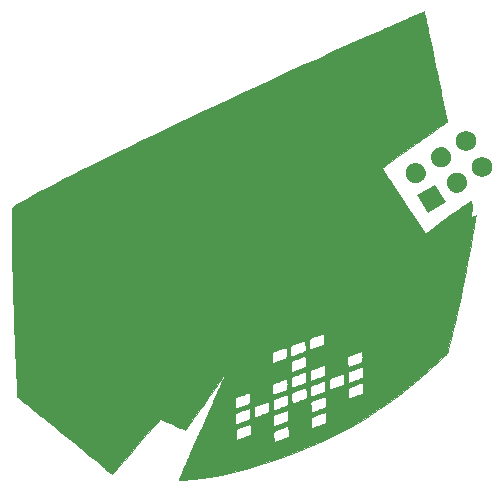
<source format=gbr>
%TF.GenerationSoftware,KiCad,Pcbnew,(5.1.10)-1*%
%TF.CreationDate,2021-10-13T15:42:42-04:00*%
%TF.ProjectId,TFTS-HTH-SAO-Scout-IS,54465453-2d48-4544-982d-53414f2d5363,rev?*%
%TF.SameCoordinates,Original*%
%TF.FileFunction,Copper,L1,Top*%
%TF.FilePolarity,Positive*%
%FSLAX46Y46*%
G04 Gerber Fmt 4.6, Leading zero omitted, Abs format (unit mm)*
G04 Created by KiCad (PCBNEW (5.1.10)-1) date 2021-10-13 15:42:42*
%MOMM*%
%LPD*%
G01*
G04 APERTURE LIST*
%TA.AperFunction,EtchedComponent*%
%ADD10C,0.010000*%
%TD*%
%TA.AperFunction,ComponentPad*%
%ADD11C,0.100000*%
%TD*%
%TA.AperFunction,ComponentPad*%
%ADD12C,1.727200*%
%TD*%
G04 APERTURE END LIST*
D10*
%TO.C,G\u002A\u002A\u002A*%
G36*
X154796168Y-74838011D02*
G01*
X154810290Y-74899814D01*
X154831998Y-74998802D01*
X154860841Y-75132829D01*
X154896373Y-75299750D01*
X154938143Y-75497419D01*
X154985702Y-75723692D01*
X155038602Y-75976424D01*
X155096395Y-76253468D01*
X155158630Y-76552681D01*
X155224859Y-76871916D01*
X155294634Y-77209029D01*
X155367504Y-77561874D01*
X155443022Y-77928307D01*
X155520739Y-78306181D01*
X155531590Y-78359000D01*
X155649232Y-78931619D01*
X155758712Y-79464231D01*
X155860336Y-79958311D01*
X155954409Y-80415329D01*
X156041239Y-80836758D01*
X156121130Y-81224069D01*
X156194390Y-81578735D01*
X156261325Y-81902228D01*
X156322240Y-82196020D01*
X156377442Y-82461583D01*
X156427238Y-82700389D01*
X156471932Y-82913911D01*
X156511832Y-83103619D01*
X156547243Y-83270987D01*
X156578473Y-83417486D01*
X156605826Y-83544589D01*
X156629609Y-83653767D01*
X156650129Y-83746493D01*
X156667690Y-83824238D01*
X156674015Y-83851728D01*
X156700315Y-83969835D01*
X156716071Y-84053166D01*
X156722046Y-84107741D01*
X156719003Y-84139582D01*
X156711974Y-84151511D01*
X156692096Y-84166346D01*
X156639571Y-84204347D01*
X156556276Y-84264178D01*
X156444086Y-84344502D01*
X156304876Y-84443982D01*
X156140521Y-84561282D01*
X155952898Y-84695066D01*
X155743881Y-84843997D01*
X155515347Y-85006738D01*
X155269170Y-85181952D01*
X155007225Y-85368304D01*
X154731390Y-85564457D01*
X154443537Y-85769074D01*
X154145544Y-85980819D01*
X153998084Y-86085571D01*
X153695601Y-86300484D01*
X153402209Y-86509051D01*
X153119795Y-86709925D01*
X152850246Y-86901759D01*
X152595449Y-87083206D01*
X152357293Y-87252920D01*
X152137664Y-87409553D01*
X151938450Y-87551758D01*
X151761538Y-87678189D01*
X151608816Y-87787498D01*
X151482171Y-87878339D01*
X151383489Y-87949365D01*
X151314660Y-87999229D01*
X151277570Y-88026583D01*
X151271611Y-88031307D01*
X151251303Y-88054026D01*
X151247340Y-88077372D01*
X151261738Y-88113217D01*
X151295415Y-88171602D01*
X151328988Y-88227755D01*
X151378445Y-88310408D01*
X151437912Y-88409748D01*
X151501514Y-88515959D01*
X151522353Y-88550750D01*
X151554206Y-88601804D01*
X151608143Y-88685649D01*
X151682617Y-88799954D01*
X151776080Y-88942386D01*
X151886985Y-89110613D01*
X152013785Y-89302303D01*
X152154932Y-89515125D01*
X152308879Y-89746746D01*
X152474079Y-89994834D01*
X152648984Y-90257057D01*
X152832047Y-90531083D01*
X153021720Y-90814580D01*
X153216456Y-91105216D01*
X153295564Y-91223159D01*
X154903947Y-93620401D01*
X154969599Y-93570883D01*
X155112224Y-93463958D01*
X155275521Y-93342679D01*
X155456811Y-93208964D01*
X155653420Y-93064730D01*
X155862670Y-92911896D01*
X156081886Y-92752380D01*
X156308391Y-92588100D01*
X156539508Y-92420973D01*
X156772562Y-92252918D01*
X157004876Y-92085853D01*
X157233775Y-91921695D01*
X157456580Y-91762363D01*
X157670617Y-91609775D01*
X157873209Y-91465849D01*
X158061680Y-91332502D01*
X158233353Y-91211654D01*
X158385552Y-91105221D01*
X158515601Y-91015122D01*
X158620823Y-90943274D01*
X158698543Y-90891597D01*
X158746083Y-90862007D01*
X158757682Y-90856101D01*
X158772660Y-90858298D01*
X158784225Y-90882257D01*
X158793921Y-90934228D01*
X158803292Y-91020463D01*
X158806123Y-91052244D01*
X158814736Y-91188790D01*
X158819425Y-91345594D01*
X158820372Y-91512621D01*
X158817757Y-91679834D01*
X158811763Y-91837196D01*
X158802569Y-91974672D01*
X158790358Y-92082225D01*
X158787180Y-92101459D01*
X158774286Y-92178136D01*
X158766191Y-92235652D01*
X158764242Y-92264092D01*
X158764918Y-92265500D01*
X158785597Y-92256613D01*
X158835662Y-92232657D01*
X158906734Y-92197687D01*
X158961667Y-92170250D01*
X159042645Y-92130117D01*
X159108810Y-92098334D01*
X159151547Y-92078981D01*
X159162730Y-92075000D01*
X159167700Y-92092435D01*
X159163658Y-92122625D01*
X159157932Y-92153209D01*
X159145906Y-92220903D01*
X159128380Y-92321086D01*
X159106155Y-92449135D01*
X159080033Y-92600427D01*
X159050815Y-92770340D01*
X159019302Y-92954252D01*
X159003165Y-93048667D01*
X158871516Y-93809040D01*
X158736663Y-94567543D01*
X158599155Y-95321545D01*
X158459543Y-96068417D01*
X158318377Y-96805528D01*
X158176207Y-97530247D01*
X158033584Y-98239945D01*
X157891059Y-98931990D01*
X157749180Y-99603753D01*
X157608500Y-100252603D01*
X157469567Y-100875910D01*
X157332933Y-101471043D01*
X157199148Y-102035372D01*
X157068762Y-102566267D01*
X156942326Y-103061097D01*
X156820389Y-103517232D01*
X156789302Y-103629843D01*
X156778269Y-103667717D01*
X156765890Y-103701151D01*
X156748677Y-103734174D01*
X156723146Y-103770815D01*
X156685813Y-103815101D01*
X156633190Y-103871062D01*
X156561793Y-103942727D01*
X156468137Y-104034123D01*
X156348736Y-104149281D01*
X156296265Y-104199748D01*
X155412645Y-105025827D01*
X154521008Y-105811926D01*
X153618474Y-106560086D01*
X152702161Y-107272349D01*
X151769187Y-107950756D01*
X150816671Y-108597349D01*
X149841731Y-109214167D01*
X148841486Y-109803252D01*
X147813054Y-110366646D01*
X147002500Y-110783057D01*
X145993260Y-111268507D01*
X144966867Y-111725402D01*
X143926795Y-112152631D01*
X142876515Y-112549084D01*
X141819498Y-112913652D01*
X140759216Y-113245225D01*
X139699141Y-113542692D01*
X138642745Y-113804944D01*
X137593498Y-114030870D01*
X136554874Y-114219362D01*
X135974667Y-114308802D01*
X135749458Y-114340287D01*
X135522492Y-114370230D01*
X135297638Y-114398254D01*
X135078769Y-114423985D01*
X134869757Y-114447048D01*
X134674472Y-114467067D01*
X134496788Y-114483669D01*
X134340575Y-114496476D01*
X134209704Y-114505115D01*
X134108049Y-114509211D01*
X134039480Y-114508388D01*
X134007869Y-114502272D01*
X134006167Y-114499495D01*
X134014577Y-114479269D01*
X134039305Y-114422027D01*
X134079594Y-114329490D01*
X134134687Y-114203380D01*
X134203829Y-114045417D01*
X134286264Y-113857324D01*
X134381234Y-113640821D01*
X134487986Y-113397630D01*
X134605761Y-113129473D01*
X134733803Y-112838071D01*
X134871358Y-112525146D01*
X135017668Y-112192418D01*
X135171978Y-111841609D01*
X135333531Y-111474441D01*
X135501571Y-111092635D01*
X135675342Y-110697912D01*
X135704187Y-110632406D01*
X138832167Y-110632406D01*
X138833475Y-110783762D01*
X138838208Y-110897810D01*
X138847579Y-110979515D01*
X138862801Y-111033846D01*
X138885088Y-111065768D01*
X138915653Y-111080248D01*
X138942157Y-111082667D01*
X138973551Y-111075754D01*
X139038848Y-111056304D01*
X139132168Y-111026246D01*
X139247630Y-110987512D01*
X139379353Y-110942032D01*
X139496582Y-110900629D01*
X139663817Y-110840285D01*
X139795322Y-110791083D01*
X139895627Y-110751084D01*
X139969263Y-110718343D01*
X140020759Y-110690920D01*
X140054645Y-110666872D01*
X140065125Y-110656879D01*
X140123334Y-110595166D01*
X140123334Y-110592063D01*
X142035960Y-110592063D01*
X142037798Y-110708975D01*
X142042119Y-110832391D01*
X142048754Y-110977147D01*
X142056548Y-111084836D01*
X142066803Y-111160724D01*
X142080819Y-111210076D01*
X142099894Y-111238158D01*
X142125331Y-111250237D01*
X142145725Y-111252000D01*
X142173059Y-111245159D01*
X142234570Y-111225901D01*
X142324593Y-111196126D01*
X142437467Y-111157733D01*
X142567527Y-111112620D01*
X142689255Y-111069739D01*
X142861251Y-111007923D01*
X142997119Y-110957119D01*
X143101079Y-110915541D01*
X143177356Y-110881404D01*
X143230173Y-110852921D01*
X143263752Y-110828308D01*
X143266584Y-110825633D01*
X143330084Y-110763788D01*
X143324011Y-110380627D01*
X143320924Y-110255098D01*
X143316090Y-110142339D01*
X143309998Y-110049956D01*
X143303138Y-109985556D01*
X143296808Y-109957983D01*
X143260712Y-109925527D01*
X143232359Y-109918500D01*
X143194852Y-109925872D01*
X143124920Y-109946346D01*
X143029254Y-109977463D01*
X142914546Y-110016763D01*
X142787489Y-110061787D01*
X142654774Y-110110074D01*
X142523094Y-110159164D01*
X142399141Y-110206598D01*
X142289606Y-110249917D01*
X142201182Y-110286658D01*
X142140561Y-110314365D01*
X142116046Y-110328833D01*
X142084898Y-110360620D01*
X142062284Y-110396241D01*
X142047235Y-110442292D01*
X142038783Y-110505367D01*
X142035960Y-110592063D01*
X140123334Y-110592063D01*
X140123334Y-110237044D01*
X140122216Y-110083430D01*
X140118278Y-109966877D01*
X140110642Y-109882158D01*
X140098428Y-109824044D01*
X140080760Y-109787308D01*
X140056757Y-109766722D01*
X140043393Y-109761250D01*
X140014767Y-109765095D01*
X139952849Y-109781425D01*
X139864062Y-109808063D01*
X139754827Y-109842833D01*
X139631568Y-109883560D01*
X139500707Y-109928066D01*
X139368664Y-109974175D01*
X139241863Y-110019711D01*
X139126726Y-110062497D01*
X139029674Y-110100358D01*
X138973583Y-110123789D01*
X138926114Y-110147822D01*
X138890553Y-110176838D01*
X138865209Y-110216918D01*
X138848391Y-110274146D01*
X138838408Y-110354604D01*
X138833569Y-110464373D01*
X138832182Y-110609537D01*
X138832167Y-110632406D01*
X135704187Y-110632406D01*
X135854088Y-110291994D01*
X135956361Y-110059786D01*
X136137980Y-109647426D01*
X136315281Y-109244810D01*
X136465324Y-108904040D01*
X138800417Y-108904040D01*
X138805998Y-109298325D01*
X138808750Y-109447978D01*
X138812965Y-109560514D01*
X138819795Y-109641149D01*
X138830392Y-109695098D01*
X138845909Y-109727576D01*
X138867499Y-109743800D01*
X138896315Y-109748983D01*
X138905644Y-109749167D01*
X138937985Y-109742202D01*
X139004087Y-109722618D01*
X139097966Y-109692379D01*
X139213640Y-109653449D01*
X139345127Y-109607795D01*
X139453901Y-109569107D01*
X139593423Y-109518547D01*
X139721364Y-109471368D01*
X139831786Y-109429828D01*
X139918749Y-109396180D01*
X139976314Y-109372680D01*
X139996855Y-109362929D01*
X140033207Y-109334746D01*
X140047924Y-109314522D01*
X142009518Y-109314522D01*
X142010563Y-109462695D01*
X142011031Y-109489230D01*
X142014796Y-109636089D01*
X142020639Y-109745795D01*
X142029756Y-109823520D01*
X142043343Y-109874436D01*
X142062596Y-109903713D01*
X142088710Y-109916525D01*
X142110300Y-109918472D01*
X142138813Y-109911552D01*
X142201493Y-109892069D01*
X142292718Y-109861912D01*
X142406866Y-109822972D01*
X142538314Y-109777138D01*
X142673917Y-109728996D01*
X142847232Y-109666195D01*
X142984162Y-109614743D01*
X143088608Y-109572987D01*
X143164471Y-109539273D01*
X143215651Y-109511946D01*
X143246051Y-109489352D01*
X143250709Y-109484427D01*
X143268184Y-109462064D01*
X143280769Y-109437088D01*
X143289263Y-109402574D01*
X143294466Y-109351599D01*
X143297178Y-109277240D01*
X143297519Y-109242162D01*
X145213917Y-109242162D01*
X145221150Y-109627956D01*
X145224468Y-109771153D01*
X145228662Y-109877801D01*
X145234284Y-109953684D01*
X145241886Y-110004585D01*
X145252019Y-110036289D01*
X145261472Y-110050792D01*
X145296559Y-110080007D01*
X145317739Y-110087805D01*
X145343157Y-110080910D01*
X145402897Y-110061498D01*
X145491471Y-110031450D01*
X145603394Y-109992651D01*
X145733178Y-109946983D01*
X145867922Y-109898985D01*
X146050909Y-109832409D01*
X146196244Y-109777157D01*
X146306726Y-109732057D01*
X146385148Y-109695936D01*
X146434309Y-109667622D01*
X146450006Y-109654832D01*
X146505084Y-109599471D01*
X146500409Y-109206273D01*
X146497949Y-109056225D01*
X146493883Y-108943321D01*
X146487106Y-108862376D01*
X146476512Y-108808201D01*
X146460996Y-108775611D01*
X146439453Y-108759420D01*
X146410776Y-108754440D01*
X146404083Y-108754334D01*
X146373028Y-108761254D01*
X146308058Y-108780726D01*
X146215037Y-108810817D01*
X146099828Y-108849594D01*
X145968294Y-108895126D01*
X145851050Y-108936617D01*
X145678541Y-108999109D01*
X145542271Y-109050537D01*
X145438130Y-109092649D01*
X145362008Y-109127192D01*
X145309797Y-109155913D01*
X145277417Y-109180532D01*
X145213917Y-109242162D01*
X143297519Y-109242162D01*
X143298198Y-109172573D01*
X143298334Y-109072031D01*
X143297213Y-108918587D01*
X143293264Y-108802196D01*
X143285603Y-108717623D01*
X143273347Y-108659632D01*
X143255613Y-108622987D01*
X143231518Y-108602454D01*
X143218234Y-108597033D01*
X143189744Y-108600925D01*
X143127948Y-108617294D01*
X143039250Y-108643942D01*
X142930051Y-108678670D01*
X142806754Y-108719280D01*
X142675763Y-108763573D01*
X142543479Y-108809351D01*
X142416306Y-108854416D01*
X142300645Y-108896569D01*
X142202901Y-108933612D01*
X142129474Y-108963345D01*
X142086768Y-108983571D01*
X142080694Y-108987628D01*
X142053552Y-109017401D01*
X142033680Y-109059099D01*
X142020261Y-109118601D01*
X142012479Y-109201783D01*
X142009518Y-109314522D01*
X140047924Y-109314522D01*
X140059889Y-109298080D01*
X140077967Y-109246931D01*
X140088503Y-109175296D01*
X140092560Y-109077176D01*
X140091202Y-108946569D01*
X140088146Y-108847728D01*
X140081651Y-108699188D01*
X140073399Y-108587985D01*
X140062201Y-108509123D01*
X140052310Y-108475885D01*
X140383045Y-108475885D01*
X140383484Y-108595238D01*
X140388453Y-108741224D01*
X140394611Y-108862125D01*
X140402191Y-108969081D01*
X140410489Y-109054566D01*
X140418804Y-109111052D01*
X140424769Y-109130042D01*
X140441392Y-109144510D01*
X140465888Y-109151773D01*
X140502851Y-109150737D01*
X140556877Y-109140306D01*
X140632561Y-109119384D01*
X140734498Y-109086876D01*
X140867282Y-109041687D01*
X141020549Y-108988003D01*
X141158639Y-108938828D01*
X141286714Y-108892385D01*
X141398244Y-108851108D01*
X141486701Y-108817428D01*
X141545558Y-108793781D01*
X141563769Y-108785513D01*
X141607328Y-108757910D01*
X141639617Y-108722487D01*
X141661879Y-108673368D01*
X141675355Y-108604672D01*
X141681287Y-108510524D01*
X141680918Y-108385044D01*
X141676651Y-108251265D01*
X141670826Y-108131741D01*
X141663535Y-108026196D01*
X141655474Y-107942260D01*
X141652611Y-107923005D01*
X141971004Y-107923005D01*
X141972860Y-108041325D01*
X141977501Y-108167596D01*
X141984490Y-108312089D01*
X141992618Y-108419505D01*
X142003188Y-108495101D01*
X142017502Y-108544130D01*
X142036864Y-108571851D01*
X142062577Y-108583518D01*
X142080974Y-108585000D01*
X142107948Y-108578158D01*
X142169124Y-108558897D01*
X142258864Y-108529113D01*
X142371531Y-108490702D01*
X142501486Y-108445559D01*
X142624503Y-108402187D01*
X142798110Y-108339726D01*
X142935406Y-108288283D01*
X143040456Y-108246144D01*
X143117324Y-108211594D01*
X143170072Y-108182919D01*
X143202765Y-108158405D01*
X143203084Y-108158099D01*
X143266584Y-108096826D01*
X143260495Y-107721788D01*
X143257922Y-107597897D01*
X143254566Y-107487090D01*
X143250742Y-107396987D01*
X143246763Y-107335207D01*
X143245777Y-107327743D01*
X143561993Y-107327743D01*
X143562394Y-107453960D01*
X143566571Y-107589985D01*
X143572018Y-107723350D01*
X143577359Y-107820712D01*
X143583474Y-107888388D01*
X143591243Y-107932695D01*
X143601547Y-107959953D01*
X143615266Y-107976478D01*
X143621054Y-107980908D01*
X143634708Y-107990542D01*
X143648136Y-107997107D01*
X143666032Y-107999313D01*
X143693091Y-107995870D01*
X143734005Y-107985488D01*
X143793469Y-107966875D01*
X143876177Y-107938742D01*
X143952073Y-107912030D01*
X145178865Y-107912030D01*
X145185808Y-108303171D01*
X145188591Y-108441903D01*
X145191767Y-108544408D01*
X145196030Y-108616790D01*
X145202078Y-108665153D01*
X145210605Y-108695602D01*
X145222310Y-108714241D01*
X145233837Y-108724322D01*
X145271516Y-108747688D01*
X145290125Y-108754334D01*
X145313361Y-108747488D01*
X145371044Y-108728198D01*
X145457781Y-108698336D01*
X145568180Y-108659773D01*
X145696846Y-108614379D01*
X145831121Y-108566621D01*
X146012515Y-108500875D01*
X146156576Y-108446352D01*
X146266409Y-108401752D01*
X146345119Y-108365773D01*
X146395810Y-108337114D01*
X146415125Y-108321874D01*
X146473334Y-108264839D01*
X146473334Y-107897131D01*
X146472378Y-107741534D01*
X146468838Y-107623322D01*
X146461703Y-107537574D01*
X146449960Y-107479372D01*
X146432600Y-107443795D01*
X146408611Y-107425925D01*
X146376982Y-107420841D01*
X146375449Y-107420834D01*
X146340511Y-107427774D01*
X146271871Y-107447298D01*
X146175589Y-107477462D01*
X146057726Y-107516322D01*
X145924343Y-107561934D01*
X145808717Y-107602626D01*
X145643428Y-107662157D01*
X145513635Y-107710532D01*
X145414612Y-107749786D01*
X145341629Y-107781957D01*
X145289959Y-107809083D01*
X145254873Y-107833200D01*
X145238724Y-107848224D01*
X145178865Y-107912030D01*
X143952073Y-107912030D01*
X143986822Y-107899800D01*
X144130099Y-107848756D01*
X144224833Y-107814942D01*
X144390065Y-107755732D01*
X144520052Y-107708214D01*
X144619518Y-107670127D01*
X144693187Y-107639210D01*
X144745781Y-107613201D01*
X144782025Y-107589841D01*
X144806641Y-107566867D01*
X144824354Y-107542019D01*
X144834839Y-107522950D01*
X144847472Y-107493030D01*
X144855917Y-107455964D01*
X144860487Y-107404744D01*
X144861496Y-107332360D01*
X144859258Y-107231803D01*
X144854088Y-107096065D01*
X144854030Y-107094683D01*
X144847813Y-106973883D01*
X144840161Y-106867029D01*
X144831785Y-106781656D01*
X144823395Y-106725298D01*
X144817535Y-106706859D01*
X145150606Y-106706859D01*
X145151483Y-106901303D01*
X145153900Y-107057486D01*
X145158464Y-107179470D01*
X145165781Y-107271317D01*
X145176458Y-107337088D01*
X145191102Y-107380845D01*
X145210319Y-107406651D01*
X145234717Y-107418567D01*
X145257233Y-107420834D01*
X145284469Y-107413885D01*
X145345868Y-107394315D01*
X145435833Y-107364035D01*
X145548765Y-107324954D01*
X145679068Y-107278986D01*
X145808644Y-107232555D01*
X145932782Y-107187048D01*
X148358671Y-107187048D01*
X148364521Y-107341383D01*
X148378408Y-107457215D01*
X148400600Y-107536126D01*
X148431368Y-107579695D01*
X148462236Y-107590167D01*
X148486066Y-107583305D01*
X148544306Y-107563970D01*
X148631538Y-107534037D01*
X148742344Y-107495381D01*
X148871308Y-107449879D01*
X149005766Y-107401997D01*
X149189311Y-107335313D01*
X149335192Y-107279898D01*
X149446208Y-107234582D01*
X149525156Y-107198192D01*
X149574837Y-107169556D01*
X149590125Y-107157250D01*
X149648334Y-107100673D01*
X149648334Y-106719612D01*
X149647117Y-106583539D01*
X149643688Y-106466685D01*
X149638374Y-106375390D01*
X149631507Y-106315997D01*
X149626422Y-106297609D01*
X149586420Y-106263907D01*
X149547047Y-106256652D01*
X149504031Y-106264126D01*
X149429208Y-106284899D01*
X149329333Y-106316481D01*
X149211162Y-106356381D01*
X149081451Y-106402110D01*
X148946955Y-106451175D01*
X148814431Y-106501086D01*
X148690634Y-106549354D01*
X148582321Y-106593486D01*
X148496247Y-106630993D01*
X148439167Y-106659383D01*
X148420667Y-106671910D01*
X148398703Y-106695563D01*
X148383535Y-106721885D01*
X148373616Y-106759126D01*
X148367401Y-106815537D01*
X148363344Y-106899368D01*
X148360590Y-106992630D01*
X148358671Y-107187048D01*
X145932782Y-107187048D01*
X145990513Y-107165885D01*
X146134813Y-107110585D01*
X146244392Y-107065451D01*
X146322103Y-107029276D01*
X146370795Y-107000855D01*
X146385964Y-106988371D01*
X146441584Y-106932464D01*
X146437052Y-106568107D01*
X146434773Y-106418316D01*
X146431622Y-106305352D01*
X146426780Y-106223708D01*
X146420725Y-106177731D01*
X146739549Y-106177731D01*
X146740439Y-106308639D01*
X146743003Y-106403621D01*
X146747831Y-106523527D01*
X146754101Y-106630404D01*
X146761191Y-106716276D01*
X146768481Y-106773165D01*
X146773184Y-106791125D01*
X146807741Y-106820609D01*
X146841064Y-106828167D01*
X146873867Y-106821218D01*
X146940421Y-106801680D01*
X147034721Y-106771511D01*
X147150764Y-106732670D01*
X147282546Y-106687118D01*
X147391667Y-106648452D01*
X147531229Y-106598194D01*
X147659167Y-106551589D01*
X147769560Y-106510835D01*
X147856486Y-106478134D01*
X147914023Y-106455685D01*
X147934628Y-106446741D01*
X147972317Y-106413215D01*
X148008408Y-106361433D01*
X148010737Y-106357046D01*
X148023707Y-106326601D01*
X148032388Y-106289410D01*
X148037129Y-106238338D01*
X148038277Y-106166251D01*
X148036177Y-106066017D01*
X148031320Y-105933979D01*
X148025819Y-105813787D01*
X148019768Y-105707105D01*
X148013699Y-105621684D01*
X148011955Y-105603977D01*
X148327437Y-105603977D01*
X148328428Y-105744164D01*
X148330161Y-105812167D01*
X148336370Y-105967465D01*
X148345358Y-106084669D01*
X148357991Y-106167977D01*
X148375137Y-106221586D01*
X148397661Y-106249692D01*
X148421965Y-106256667D01*
X148446889Y-106249788D01*
X148506202Y-106230397D01*
X148594475Y-106200362D01*
X148706280Y-106161549D01*
X148836189Y-106115827D01*
X148977102Y-106065662D01*
X149168882Y-105995816D01*
X149321548Y-105937505D01*
X149436542Y-105890130D01*
X149515306Y-105853092D01*
X149559282Y-105825791D01*
X149563667Y-105821813D01*
X149587913Y-105794235D01*
X149603813Y-105763200D01*
X149613499Y-105718981D01*
X149619105Y-105651853D01*
X149622755Y-105552442D01*
X149623710Y-105432393D01*
X149620877Y-105301289D01*
X149614851Y-105181904D01*
X149612171Y-105147923D01*
X149605420Y-105070649D01*
X149597569Y-105010527D01*
X149584229Y-104967156D01*
X149561012Y-104940137D01*
X149523533Y-104929069D01*
X149467401Y-104933552D01*
X149388231Y-104953184D01*
X149281635Y-104987566D01*
X149143224Y-105036297D01*
X148990391Y-105091173D01*
X148848170Y-105142450D01*
X148717435Y-105190125D01*
X148604008Y-105232032D01*
X148513708Y-105266004D01*
X148452358Y-105289876D01*
X148426942Y-105300809D01*
X148389514Y-105327418D01*
X148361930Y-105365337D01*
X148343108Y-105420267D01*
X148331970Y-105497912D01*
X148327437Y-105603977D01*
X148011955Y-105603977D01*
X148008142Y-105565278D01*
X148004779Y-105547040D01*
X147976066Y-105516794D01*
X147947374Y-105504352D01*
X147916849Y-105508536D01*
X147853234Y-105525375D01*
X147763058Y-105552603D01*
X147652849Y-105587959D01*
X147529136Y-105629179D01*
X147398447Y-105673998D01*
X147267310Y-105720154D01*
X147142254Y-105765382D01*
X147029806Y-105807421D01*
X146936496Y-105844005D01*
X146868852Y-105872872D01*
X146836765Y-105889420D01*
X146800071Y-105918512D01*
X146773111Y-105955811D01*
X146754776Y-106007395D01*
X146743958Y-106079342D01*
X146739549Y-106177731D01*
X146420725Y-106177731D01*
X146419427Y-106167880D01*
X146408744Y-106132360D01*
X146393913Y-106111643D01*
X146374114Y-106100221D01*
X146367097Y-106097789D01*
X146332110Y-106100519D01*
X146259862Y-106118229D01*
X146152443Y-106150289D01*
X146011942Y-106196067D01*
X145840447Y-106254933D01*
X145800938Y-106268811D01*
X145622398Y-106332214D01*
X145479886Y-106384709D01*
X145369350Y-106429024D01*
X145286742Y-106467887D01*
X145228010Y-106504026D01*
X145189106Y-106540169D01*
X145165978Y-106579044D01*
X145154578Y-106623379D01*
X145150854Y-106675902D01*
X145150606Y-106706859D01*
X144817535Y-106706859D01*
X144817407Y-106706459D01*
X144780490Y-106685152D01*
X144747888Y-106680000D01*
X144716026Y-106686920D01*
X144651146Y-106706122D01*
X144559963Y-106735270D01*
X144449189Y-106772031D01*
X144325536Y-106814067D01*
X144195717Y-106859044D01*
X144066446Y-106904627D01*
X143944435Y-106948480D01*
X143836396Y-106988268D01*
X143749043Y-107021656D01*
X143689088Y-107046308D01*
X143672374Y-107054165D01*
X143631523Y-107080410D01*
X143601196Y-107115131D01*
X143580257Y-107164088D01*
X143567569Y-107233038D01*
X143561993Y-107327743D01*
X143245777Y-107327743D01*
X143243537Y-107310791D01*
X143232129Y-107286334D01*
X143212381Y-107270867D01*
X143180008Y-107265237D01*
X143130726Y-107270291D01*
X143060250Y-107286878D01*
X142964297Y-107315845D01*
X142838581Y-107358039D01*
X142678820Y-107414308D01*
X142627581Y-107432637D01*
X142484918Y-107484640D01*
X142353159Y-107534288D01*
X142238303Y-107579191D01*
X142146350Y-107616960D01*
X142083301Y-107645205D01*
X142056989Y-107659883D01*
X142023740Y-107690104D01*
X141999522Y-107725108D01*
X141983330Y-107771314D01*
X141974159Y-107835140D01*
X141971004Y-107923005D01*
X141652611Y-107923005D01*
X141647341Y-107887564D01*
X141641875Y-107870625D01*
X141605914Y-107849952D01*
X141568993Y-107844167D01*
X141536687Y-107851121D01*
X141471419Y-107870416D01*
X141379928Y-107899699D01*
X141268953Y-107936617D01*
X141145234Y-107978818D01*
X141015509Y-108023949D01*
X140886518Y-108069657D01*
X140765001Y-108113591D01*
X140657696Y-108153397D01*
X140571343Y-108186723D01*
X140512682Y-108211217D01*
X140499400Y-108217541D01*
X140456098Y-108244031D01*
X140424079Y-108277128D01*
X140402075Y-108322813D01*
X140388820Y-108387071D01*
X140383045Y-108475885D01*
X140052310Y-108475885D01*
X140046870Y-108457608D01*
X140026215Y-108428448D01*
X139999048Y-108416648D01*
X139985305Y-108415667D01*
X139959201Y-108422578D01*
X139898841Y-108442049D01*
X139809759Y-108472183D01*
X139697489Y-108511085D01*
X139567564Y-108556859D01*
X139435636Y-108603973D01*
X139253895Y-108670292D01*
X139109655Y-108725284D01*
X138999988Y-108770181D01*
X138921967Y-108806217D01*
X138872666Y-108834624D01*
X138856009Y-108848159D01*
X138800417Y-108904040D01*
X136465324Y-108904040D01*
X136487493Y-108853692D01*
X136653845Y-108475825D01*
X136813566Y-108112963D01*
X136885028Y-107950582D01*
X138769137Y-107950582D01*
X138770162Y-108104695D01*
X138774425Y-108221421D01*
X138783047Y-108305652D01*
X138797146Y-108362284D01*
X138817844Y-108396207D01*
X138846260Y-108412317D01*
X138875582Y-108415667D01*
X138906247Y-108408719D01*
X138970730Y-108389190D01*
X139063095Y-108359048D01*
X139177405Y-108320264D01*
X139307726Y-108274808D01*
X139411832Y-108237726D01*
X139550687Y-108187528D01*
X139678132Y-108140875D01*
X139788148Y-108100016D01*
X139874719Y-108067201D01*
X139931827Y-108044679D01*
X139951481Y-108036015D01*
X139990422Y-108008709D01*
X140019089Y-107970380D01*
X140038922Y-107914867D01*
X140051363Y-107836011D01*
X140057851Y-107727653D01*
X140059827Y-107583633D01*
X140059834Y-107572697D01*
X140058948Y-107455568D01*
X140056516Y-107348458D01*
X140052870Y-107260921D01*
X140048344Y-107202513D01*
X140046454Y-107189894D01*
X140037299Y-107152450D01*
X140023806Y-107125253D01*
X140001495Y-107108834D01*
X139965886Y-107103722D01*
X139912498Y-107110447D01*
X139836854Y-107129537D01*
X139734472Y-107161524D01*
X139600873Y-107206935D01*
X139447498Y-107260688D01*
X139278559Y-107320359D01*
X139144925Y-107368070D01*
X139041930Y-107405810D01*
X138964913Y-107435572D01*
X138909207Y-107459345D01*
X138870150Y-107479121D01*
X138843078Y-107496891D01*
X138823326Y-107514644D01*
X138806230Y-107534373D01*
X138806179Y-107534436D01*
X138792703Y-107556183D01*
X138782915Y-107587427D01*
X138776240Y-107634614D01*
X138772105Y-107704193D01*
X138769936Y-107802610D01*
X138769159Y-107936315D01*
X138769137Y-107950582D01*
X136885028Y-107950582D01*
X136965884Y-107766860D01*
X137110028Y-107439270D01*
X137245227Y-107131945D01*
X137370710Y-106846641D01*
X137485705Y-106585110D01*
X137566377Y-106401577D01*
X141943667Y-106401577D01*
X141943667Y-106779496D01*
X141944878Y-106935201D01*
X141949210Y-107053442D01*
X141957706Y-107139035D01*
X141971412Y-107196800D01*
X141991372Y-107231554D01*
X142018632Y-107248113D01*
X142046038Y-107251500D01*
X142075098Y-107244534D01*
X142138257Y-107224908D01*
X142229866Y-107194529D01*
X142344277Y-107155302D01*
X142475841Y-107109135D01*
X142610417Y-107061000D01*
X142751101Y-107010314D01*
X142878131Y-106964704D01*
X142986250Y-106926043D01*
X143070204Y-106896206D01*
X143124734Y-106877069D01*
X143144557Y-106870500D01*
X143158397Y-106854361D01*
X143184935Y-106814323D01*
X143192732Y-106801709D01*
X143208510Y-106771774D01*
X143219785Y-106737035D01*
X143227288Y-106690185D01*
X143231747Y-106623918D01*
X143233891Y-106530928D01*
X143234449Y-106403907D01*
X143234442Y-106383667D01*
X143232956Y-106231149D01*
X143228046Y-106115810D01*
X143218690Y-106032562D01*
X143203865Y-105976319D01*
X143182548Y-105941993D01*
X143153718Y-105924499D01*
X143141520Y-105921384D01*
X143111604Y-105926255D01*
X143047680Y-105943887D01*
X142955476Y-105972451D01*
X142840725Y-106010119D01*
X142709156Y-106055061D01*
X142581135Y-106100205D01*
X142401869Y-106165299D01*
X142259716Y-106219185D01*
X142151372Y-106263256D01*
X142073533Y-106298900D01*
X142022897Y-106327510D01*
X142001875Y-106344089D01*
X141943667Y-106401577D01*
X137566377Y-106401577D01*
X137589441Y-106349106D01*
X137681147Y-106140383D01*
X137760051Y-105960695D01*
X137815640Y-105834001D01*
X143531167Y-105834001D01*
X143531167Y-106199374D01*
X143532409Y-106352349D01*
X143536918Y-106467977D01*
X143545869Y-106551194D01*
X143560435Y-106606933D01*
X143581791Y-106640131D01*
X143611110Y-106655721D01*
X143640492Y-106658834D01*
X143671720Y-106651986D01*
X143736904Y-106632717D01*
X143830167Y-106602939D01*
X143945631Y-106564565D01*
X144077419Y-106519507D01*
X144194917Y-106478429D01*
X144359628Y-106419679D01*
X144488853Y-106372016D01*
X144587356Y-106333402D01*
X144659898Y-106301797D01*
X144711240Y-106275162D01*
X144746145Y-106251458D01*
X144764125Y-106234679D01*
X144822334Y-106171332D01*
X144822334Y-105813211D01*
X144821199Y-105659335D01*
X144817481Y-105550103D01*
X145121258Y-105550103D01*
X145122612Y-105651783D01*
X145126290Y-105799886D01*
X145131988Y-105910786D01*
X145140872Y-105989605D01*
X145154112Y-106041466D01*
X145172875Y-106071491D01*
X145198328Y-106084802D01*
X145221800Y-106086908D01*
X145250311Y-106079874D01*
X145312987Y-106060274D01*
X145404205Y-106030002D01*
X145518345Y-105990956D01*
X145649784Y-105945031D01*
X145785417Y-105896807D01*
X145952906Y-105836195D01*
X146084697Y-105787010D01*
X146185264Y-105747326D01*
X146259081Y-105715217D01*
X146310622Y-105688756D01*
X146344361Y-105666017D01*
X146362103Y-105648524D01*
X146379265Y-105625224D01*
X146391715Y-105599541D01*
X146400208Y-105564659D01*
X146405500Y-105513758D01*
X146408347Y-105440020D01*
X146409506Y-105336626D01*
X146409728Y-105218918D01*
X146409104Y-105078294D01*
X146406815Y-104973811D01*
X146402378Y-104899295D01*
X146395306Y-104848569D01*
X146385115Y-104815459D01*
X146376883Y-104800877D01*
X146340261Y-104765572D01*
X146309043Y-104753834D01*
X146281190Y-104760711D01*
X146220113Y-104779810D01*
X146132352Y-104808830D01*
X146024445Y-104845471D01*
X145902934Y-104887431D01*
X145774357Y-104932410D01*
X145645255Y-104978107D01*
X145522168Y-105022222D01*
X145411635Y-105062453D01*
X145320196Y-105096502D01*
X145254392Y-105122065D01*
X145221618Y-105136376D01*
X145185455Y-105161433D01*
X145158539Y-105196385D01*
X145139766Y-105246980D01*
X145128030Y-105318966D01*
X145122229Y-105418091D01*
X145121258Y-105550103D01*
X144817481Y-105550103D01*
X144817224Y-105542558D01*
X144809554Y-105457694D01*
X144797331Y-105399555D01*
X144779701Y-105362955D01*
X144755806Y-105342707D01*
X144743886Y-105337891D01*
X144713534Y-105341439D01*
X144648602Y-105358248D01*
X144554155Y-105386737D01*
X144435260Y-105425325D01*
X144296981Y-105472433D01*
X144176465Y-105514954D01*
X144010249Y-105574975D01*
X143879434Y-105623619D01*
X143779275Y-105662941D01*
X143705029Y-105694995D01*
X143651948Y-105721836D01*
X143615290Y-105745518D01*
X143590308Y-105768095D01*
X143589375Y-105769126D01*
X143531167Y-105834001D01*
X137815640Y-105834001D01*
X137825383Y-105811796D01*
X137876371Y-105695438D01*
X137912243Y-105613377D01*
X137932229Y-105567365D01*
X137936128Y-105558167D01*
X137954073Y-105511540D01*
X137954811Y-105499530D01*
X137937095Y-105517543D01*
X137927975Y-105528137D01*
X137911370Y-105550473D01*
X137871765Y-105605324D01*
X137810613Y-105690650D01*
X137729364Y-105804408D01*
X137629472Y-105944556D01*
X137512387Y-106109051D01*
X137379560Y-106295853D01*
X137232445Y-106502918D01*
X137072492Y-106728205D01*
X136901154Y-106969673D01*
X136719881Y-107225277D01*
X136530126Y-107492978D01*
X136333340Y-107770733D01*
X136239250Y-107903582D01*
X136040238Y-108184483D01*
X135847899Y-108455716D01*
X135663655Y-108715290D01*
X135488928Y-108961210D01*
X135325141Y-109191484D01*
X135173714Y-109404119D01*
X135036070Y-109597123D01*
X134913630Y-109768502D01*
X134807817Y-109916263D01*
X134720052Y-110038414D01*
X134651757Y-110132962D01*
X134604354Y-110197913D01*
X134579264Y-110231275D01*
X134575540Y-110235487D01*
X134554364Y-110227192D01*
X134498128Y-110203158D01*
X134410406Y-110164960D01*
X134294768Y-110114175D01*
X134154787Y-110052376D01*
X133994035Y-109981139D01*
X133816083Y-109902041D01*
X133624503Y-109816655D01*
X133517207Y-109768740D01*
X133276995Y-109661929D01*
X133063761Y-109568212D01*
X132879192Y-109488296D01*
X132724975Y-109422889D01*
X132602796Y-109372700D01*
X132514342Y-109338436D01*
X132461301Y-109320805D01*
X132445737Y-109318948D01*
X132429071Y-109336693D01*
X132386219Y-109384610D01*
X132318750Y-109460903D01*
X132228232Y-109563778D01*
X132116233Y-109691439D01*
X131984322Y-109842092D01*
X131834068Y-110013942D01*
X131667038Y-110205194D01*
X131484800Y-110414053D01*
X131288925Y-110638724D01*
X131080979Y-110877414D01*
X130862531Y-111128325D01*
X130635149Y-111389665D01*
X130405159Y-111654167D01*
X130170784Y-111923730D01*
X129943967Y-112184476D01*
X129726265Y-112434626D01*
X129519231Y-112672395D01*
X129324422Y-112896003D01*
X129143392Y-113103667D01*
X128977696Y-113293606D01*
X128828890Y-113464036D01*
X128698529Y-113613178D01*
X128588167Y-113739248D01*
X128499361Y-113840464D01*
X128433665Y-113915045D01*
X128392634Y-113961208D01*
X128377838Y-113977168D01*
X128359183Y-113965420D01*
X128311510Y-113929679D01*
X128238488Y-113872850D01*
X128143785Y-113797842D01*
X128031070Y-113707562D01*
X127904012Y-113604918D01*
X127766277Y-113492817D01*
X127751417Y-113480675D01*
X127673242Y-113416780D01*
X127564213Y-113327673D01*
X127426256Y-113214930D01*
X127261298Y-113080123D01*
X127071264Y-112924828D01*
X126858083Y-112750618D01*
X126623680Y-112559069D01*
X126369983Y-112351755D01*
X126098917Y-112130250D01*
X125812410Y-111896128D01*
X125512388Y-111650964D01*
X125200778Y-111396333D01*
X124879506Y-111133808D01*
X124550499Y-110864964D01*
X124215685Y-110591375D01*
X123876988Y-110314617D01*
X123772084Y-110228896D01*
X123441873Y-109959045D01*
X123120177Y-109696099D01*
X122808548Y-109441328D01*
X122508540Y-109196004D01*
X122221705Y-108961400D01*
X121949598Y-108738787D01*
X121693770Y-108529436D01*
X121455776Y-108334620D01*
X121237167Y-108155610D01*
X121039498Y-107993677D01*
X120864322Y-107850094D01*
X120713191Y-107726133D01*
X120587658Y-107623064D01*
X120489278Y-107542159D01*
X120419602Y-107484691D01*
X120380185Y-107451931D01*
X120371592Y-107444556D01*
X120363352Y-107432229D01*
X120355946Y-107410086D01*
X120349117Y-107374673D01*
X120342612Y-107322536D01*
X120336175Y-107250219D01*
X120329550Y-107154268D01*
X120322482Y-107031230D01*
X120314717Y-106877649D01*
X120305998Y-106690071D01*
X120296072Y-106465041D01*
X120291651Y-106362500D01*
X120253505Y-105462917D01*
X137964334Y-105462917D01*
X137974917Y-105473500D01*
X137985500Y-105462917D01*
X137974917Y-105452334D01*
X137964334Y-105462917D01*
X120253505Y-105462917D01*
X120248561Y-105346339D01*
X120219951Y-104654238D01*
X143495531Y-104654238D01*
X143496470Y-104775485D01*
X143500959Y-104908598D01*
X143506923Y-105029746D01*
X143514302Y-105136954D01*
X143522413Y-105222714D01*
X143530571Y-105279514D01*
X143536519Y-105298875D01*
X143554020Y-105313774D01*
X143580325Y-105320952D01*
X143619941Y-105319325D01*
X143677375Y-105307809D01*
X143757135Y-105285321D01*
X143863727Y-105250777D01*
X144001659Y-105203092D01*
X144141374Y-105153401D01*
X144279238Y-105103635D01*
X144406710Y-105056921D01*
X144517401Y-105015657D01*
X144604918Y-104982240D01*
X144662872Y-104959067D01*
X144681126Y-104950911D01*
X144723268Y-104923734D01*
X144754478Y-104887365D01*
X144775903Y-104836076D01*
X144788689Y-104764142D01*
X144793981Y-104665834D01*
X144792927Y-104535426D01*
X144788677Y-104413497D01*
X144782605Y-104279862D01*
X144776585Y-104182116D01*
X144769728Y-104113829D01*
X144762774Y-104077168D01*
X148293667Y-104077168D01*
X148294172Y-104399626D01*
X148296497Y-104570153D01*
X148303387Y-104702279D01*
X148315613Y-104799767D01*
X148333947Y-104866378D01*
X148359158Y-104905874D01*
X148392017Y-104922019D01*
X148401361Y-104922843D01*
X148423890Y-104916080D01*
X148480760Y-104896885D01*
X148566482Y-104867171D01*
X148675568Y-104828852D01*
X148802531Y-104783843D01*
X148915667Y-104743452D01*
X149082954Y-104683438D01*
X149215033Y-104635586D01*
X149316582Y-104597876D01*
X149392282Y-104568289D01*
X149446811Y-104544806D01*
X149484848Y-104525408D01*
X149511074Y-104508076D01*
X149530166Y-104490791D01*
X149546805Y-104471534D01*
X149547321Y-104470898D01*
X149560695Y-104449345D01*
X149570439Y-104418390D01*
X149577113Y-104371647D01*
X149581279Y-104302729D01*
X149583495Y-104205252D01*
X149584323Y-104072828D01*
X149584363Y-104048650D01*
X149583298Y-103912793D01*
X149579963Y-103796464D01*
X149574680Y-103705980D01*
X149567775Y-103647658D01*
X149562922Y-103630609D01*
X149524175Y-103597326D01*
X149487569Y-103589667D01*
X149453519Y-103596531D01*
X149385661Y-103615843D01*
X149290008Y-103645684D01*
X149172574Y-103684136D01*
X149039371Y-103729279D01*
X148922106Y-103770117D01*
X148757234Y-103828820D01*
X148627857Y-103876448D01*
X148529214Y-103915036D01*
X148456547Y-103946617D01*
X148405098Y-103973227D01*
X148370107Y-103996898D01*
X148351875Y-104013867D01*
X148293667Y-104077168D01*
X144762774Y-104077168D01*
X144761142Y-104068567D01*
X144749940Y-104039897D01*
X144735230Y-104021389D01*
X144734325Y-104020559D01*
X144720456Y-104010443D01*
X144702407Y-104005187D01*
X144675351Y-104006081D01*
X144634458Y-104014416D01*
X144574901Y-104031479D01*
X144491851Y-104058560D01*
X144380479Y-104096949D01*
X144235957Y-104147934D01*
X144171207Y-104170928D01*
X144028156Y-104222237D01*
X143896362Y-104270390D01*
X143781696Y-104313170D01*
X143690029Y-104348364D01*
X143627232Y-104373755D01*
X143600399Y-104386302D01*
X143560913Y-104415290D01*
X143531854Y-104450425D01*
X143512052Y-104497860D01*
X143500335Y-104563747D01*
X143495531Y-104654238D01*
X120219951Y-104654238D01*
X120208223Y-104370556D01*
X120198135Y-104119415D01*
X141880272Y-104119415D01*
X141881478Y-104273845D01*
X141885916Y-104390847D01*
X141894665Y-104475270D01*
X141908804Y-104531965D01*
X141929412Y-104565782D01*
X141957568Y-104581571D01*
X141983770Y-104584500D01*
X142013433Y-104577582D01*
X142077029Y-104558124D01*
X142168714Y-104528073D01*
X142282642Y-104489377D01*
X142412968Y-104443981D01*
X142523333Y-104404786D01*
X142662895Y-104354528D01*
X142790834Y-104307922D01*
X142901226Y-104267169D01*
X142988152Y-104234468D01*
X143045690Y-104212019D01*
X143066295Y-104203075D01*
X143102764Y-104177572D01*
X143129937Y-104141584D01*
X143149075Y-104089206D01*
X143161439Y-104014532D01*
X143168290Y-103911656D01*
X143170887Y-103774672D01*
X143171021Y-103712426D01*
X143169382Y-103559526D01*
X143164152Y-103443955D01*
X143154394Y-103360792D01*
X143139170Y-103305118D01*
X143117542Y-103272010D01*
X143088572Y-103256548D01*
X143083941Y-103255524D01*
X143055793Y-103260709D01*
X142993429Y-103278602D01*
X142902403Y-103307396D01*
X142788267Y-103345287D01*
X142656575Y-103390471D01*
X142512973Y-103441109D01*
X142343026Y-103502413D01*
X142208936Y-103552305D01*
X142106359Y-103592639D01*
X142030950Y-103625269D01*
X141978366Y-103652047D01*
X141944263Y-103674829D01*
X141927897Y-103690773D01*
X141910738Y-103713701D01*
X141898290Y-103739065D01*
X141889798Y-103773667D01*
X141884505Y-103824307D01*
X141881656Y-103897787D01*
X141880496Y-104000908D01*
X141880272Y-104119415D01*
X120198135Y-104119415D01*
X120170574Y-103433290D01*
X120160330Y-103169889D01*
X143465087Y-103169889D01*
X143471668Y-103561441D01*
X143474317Y-103700210D01*
X143477383Y-103802752D01*
X143481558Y-103875171D01*
X143487534Y-103923573D01*
X143496003Y-103954062D01*
X143507658Y-103972744D01*
X143519473Y-103983095D01*
X143532050Y-103992877D01*
X143543554Y-104000011D01*
X143558536Y-104003234D01*
X143581550Y-104001283D01*
X143617148Y-103992896D01*
X143669883Y-103976810D01*
X143744307Y-103951762D01*
X143844973Y-103916490D01*
X143976433Y-103869731D01*
X144143240Y-103810221D01*
X144145000Y-103809594D01*
X144307147Y-103751177D01*
X144433933Y-103703879D01*
X144530213Y-103665592D01*
X144600840Y-103634210D01*
X144650669Y-103607624D01*
X144684552Y-103583726D01*
X144700625Y-103568306D01*
X144758834Y-103504332D01*
X144758834Y-103138959D01*
X144757551Y-102985581D01*
X144752964Y-102869601D01*
X144743957Y-102786140D01*
X144729420Y-102730321D01*
X144722332Y-102719258D01*
X145057512Y-102719258D01*
X145057715Y-102815733D01*
X145059471Y-102946976D01*
X145059786Y-102967353D01*
X145063084Y-103118923D01*
X145068307Y-103233180D01*
X145076478Y-103315135D01*
X145088621Y-103369801D01*
X145105758Y-103402187D01*
X145128913Y-103417305D01*
X145152270Y-103420334D01*
X145179463Y-103413483D01*
X145240629Y-103394242D01*
X145329919Y-103364576D01*
X145441481Y-103326451D01*
X145569465Y-103281832D01*
X145662970Y-103248756D01*
X145801713Y-103199239D01*
X145930564Y-103152956D01*
X146043031Y-103112264D01*
X146132622Y-103079517D01*
X146192841Y-103057072D01*
X146212636Y-103049340D01*
X146257409Y-103026395D01*
X146291084Y-102995665D01*
X146315184Y-102951311D01*
X146331235Y-102887494D01*
X146340759Y-102798373D01*
X146345281Y-102678111D01*
X146346334Y-102537094D01*
X146344934Y-102384733D01*
X146340010Y-102269828D01*
X146330475Y-102187573D01*
X146315240Y-102133159D01*
X146293218Y-102101780D01*
X146263321Y-102088629D01*
X146244592Y-102087394D01*
X146215683Y-102094437D01*
X146152612Y-102113995D01*
X146061024Y-102144176D01*
X145946565Y-102183090D01*
X145814879Y-102228844D01*
X145679605Y-102276695D01*
X145512723Y-102336775D01*
X145381476Y-102385475D01*
X145281320Y-102424746D01*
X145207712Y-102456543D01*
X145156109Y-102482816D01*
X145121965Y-102505520D01*
X145102141Y-102524843D01*
X145085000Y-102547574D01*
X145072606Y-102571708D01*
X145064318Y-102603918D01*
X145059500Y-102650877D01*
X145057512Y-102719258D01*
X144722332Y-102719258D01*
X144708240Y-102697264D01*
X144679303Y-102682092D01*
X144654055Y-102679500D01*
X144624129Y-102686286D01*
X144560114Y-102705385D01*
X144467800Y-102734914D01*
X144352979Y-102772987D01*
X144221442Y-102817718D01*
X144099630Y-102859982D01*
X143935253Y-102918079D01*
X143806281Y-102965132D01*
X143707869Y-103003207D01*
X143635169Y-103034370D01*
X143583335Y-103060689D01*
X143547522Y-103084229D01*
X143524585Y-103105177D01*
X143465087Y-103169889D01*
X120160330Y-103169889D01*
X120135548Y-102532680D01*
X120103081Y-101666864D01*
X120073111Y-100833980D01*
X120045573Y-100032168D01*
X120020402Y-99259566D01*
X119997536Y-98514313D01*
X119976909Y-97794548D01*
X119958458Y-97098408D01*
X119942119Y-96424034D01*
X119928464Y-95800334D01*
X119924973Y-95605395D01*
X119922032Y-95386890D01*
X119919626Y-95148353D01*
X119917741Y-94893318D01*
X119916365Y-94625319D01*
X119915482Y-94347890D01*
X119915078Y-94064564D01*
X119915141Y-93778877D01*
X119915656Y-93494362D01*
X119916608Y-93214552D01*
X119917985Y-92942983D01*
X119919773Y-92683187D01*
X119921957Y-92438699D01*
X119924523Y-92213054D01*
X119927458Y-92009784D01*
X119930748Y-91832424D01*
X119934378Y-91684507D01*
X119938336Y-91569569D01*
X119942606Y-91491142D01*
X119945529Y-91461516D01*
X119962084Y-91345448D01*
X120194917Y-91210465D01*
X120658859Y-90944886D01*
X121161412Y-90663654D01*
X121701971Y-90367058D01*
X122279931Y-90055388D01*
X122894687Y-89728933D01*
X123545633Y-89387984D01*
X124232164Y-89032829D01*
X124953676Y-88663758D01*
X125709562Y-88281061D01*
X126499217Y-87885027D01*
X127322037Y-87475947D01*
X128177416Y-87054109D01*
X129064749Y-86619803D01*
X129983430Y-86173319D01*
X130932855Y-85714946D01*
X131912419Y-85244974D01*
X132921515Y-84763693D01*
X133959539Y-84271392D01*
X135025885Y-83768360D01*
X136119949Y-83254888D01*
X137241125Y-82731265D01*
X138388808Y-82197780D01*
X139562392Y-81654723D01*
X140761273Y-81102384D01*
X141984845Y-80541052D01*
X143232504Y-79971017D01*
X144503643Y-79392569D01*
X145797657Y-78805996D01*
X147113942Y-78211589D01*
X148451892Y-77609638D01*
X149810902Y-77000431D01*
X151045334Y-76448939D01*
X151520689Y-76237006D01*
X151958575Y-76041997D01*
X152360109Y-75863424D01*
X152726408Y-75700800D01*
X153058589Y-75553636D01*
X153357770Y-75421447D01*
X153625069Y-75303744D01*
X153861602Y-75200040D01*
X154068487Y-75109847D01*
X154246842Y-75032679D01*
X154397784Y-74968048D01*
X154522431Y-74915465D01*
X154621899Y-74874445D01*
X154697307Y-74844500D01*
X154749771Y-74825141D01*
X154780410Y-74815883D01*
X154790081Y-74815537D01*
X154796168Y-74838011D01*
G37*
X154796168Y-74838011D02*
X154810290Y-74899814D01*
X154831998Y-74998802D01*
X154860841Y-75132829D01*
X154896373Y-75299750D01*
X154938143Y-75497419D01*
X154985702Y-75723692D01*
X155038602Y-75976424D01*
X155096395Y-76253468D01*
X155158630Y-76552681D01*
X155224859Y-76871916D01*
X155294634Y-77209029D01*
X155367504Y-77561874D01*
X155443022Y-77928307D01*
X155520739Y-78306181D01*
X155531590Y-78359000D01*
X155649232Y-78931619D01*
X155758712Y-79464231D01*
X155860336Y-79958311D01*
X155954409Y-80415329D01*
X156041239Y-80836758D01*
X156121130Y-81224069D01*
X156194390Y-81578735D01*
X156261325Y-81902228D01*
X156322240Y-82196020D01*
X156377442Y-82461583D01*
X156427238Y-82700389D01*
X156471932Y-82913911D01*
X156511832Y-83103619D01*
X156547243Y-83270987D01*
X156578473Y-83417486D01*
X156605826Y-83544589D01*
X156629609Y-83653767D01*
X156650129Y-83746493D01*
X156667690Y-83824238D01*
X156674015Y-83851728D01*
X156700315Y-83969835D01*
X156716071Y-84053166D01*
X156722046Y-84107741D01*
X156719003Y-84139582D01*
X156711974Y-84151511D01*
X156692096Y-84166346D01*
X156639571Y-84204347D01*
X156556276Y-84264178D01*
X156444086Y-84344502D01*
X156304876Y-84443982D01*
X156140521Y-84561282D01*
X155952898Y-84695066D01*
X155743881Y-84843997D01*
X155515347Y-85006738D01*
X155269170Y-85181952D01*
X155007225Y-85368304D01*
X154731390Y-85564457D01*
X154443537Y-85769074D01*
X154145544Y-85980819D01*
X153998084Y-86085571D01*
X153695601Y-86300484D01*
X153402209Y-86509051D01*
X153119795Y-86709925D01*
X152850246Y-86901759D01*
X152595449Y-87083206D01*
X152357293Y-87252920D01*
X152137664Y-87409553D01*
X151938450Y-87551758D01*
X151761538Y-87678189D01*
X151608816Y-87787498D01*
X151482171Y-87878339D01*
X151383489Y-87949365D01*
X151314660Y-87999229D01*
X151277570Y-88026583D01*
X151271611Y-88031307D01*
X151251303Y-88054026D01*
X151247340Y-88077372D01*
X151261738Y-88113217D01*
X151295415Y-88171602D01*
X151328988Y-88227755D01*
X151378445Y-88310408D01*
X151437912Y-88409748D01*
X151501514Y-88515959D01*
X151522353Y-88550750D01*
X151554206Y-88601804D01*
X151608143Y-88685649D01*
X151682617Y-88799954D01*
X151776080Y-88942386D01*
X151886985Y-89110613D01*
X152013785Y-89302303D01*
X152154932Y-89515125D01*
X152308879Y-89746746D01*
X152474079Y-89994834D01*
X152648984Y-90257057D01*
X152832047Y-90531083D01*
X153021720Y-90814580D01*
X153216456Y-91105216D01*
X153295564Y-91223159D01*
X154903947Y-93620401D01*
X154969599Y-93570883D01*
X155112224Y-93463958D01*
X155275521Y-93342679D01*
X155456811Y-93208964D01*
X155653420Y-93064730D01*
X155862670Y-92911896D01*
X156081886Y-92752380D01*
X156308391Y-92588100D01*
X156539508Y-92420973D01*
X156772562Y-92252918D01*
X157004876Y-92085853D01*
X157233775Y-91921695D01*
X157456580Y-91762363D01*
X157670617Y-91609775D01*
X157873209Y-91465849D01*
X158061680Y-91332502D01*
X158233353Y-91211654D01*
X158385552Y-91105221D01*
X158515601Y-91015122D01*
X158620823Y-90943274D01*
X158698543Y-90891597D01*
X158746083Y-90862007D01*
X158757682Y-90856101D01*
X158772660Y-90858298D01*
X158784225Y-90882257D01*
X158793921Y-90934228D01*
X158803292Y-91020463D01*
X158806123Y-91052244D01*
X158814736Y-91188790D01*
X158819425Y-91345594D01*
X158820372Y-91512621D01*
X158817757Y-91679834D01*
X158811763Y-91837196D01*
X158802569Y-91974672D01*
X158790358Y-92082225D01*
X158787180Y-92101459D01*
X158774286Y-92178136D01*
X158766191Y-92235652D01*
X158764242Y-92264092D01*
X158764918Y-92265500D01*
X158785597Y-92256613D01*
X158835662Y-92232657D01*
X158906734Y-92197687D01*
X158961667Y-92170250D01*
X159042645Y-92130117D01*
X159108810Y-92098334D01*
X159151547Y-92078981D01*
X159162730Y-92075000D01*
X159167700Y-92092435D01*
X159163658Y-92122625D01*
X159157932Y-92153209D01*
X159145906Y-92220903D01*
X159128380Y-92321086D01*
X159106155Y-92449135D01*
X159080033Y-92600427D01*
X159050815Y-92770340D01*
X159019302Y-92954252D01*
X159003165Y-93048667D01*
X158871516Y-93809040D01*
X158736663Y-94567543D01*
X158599155Y-95321545D01*
X158459543Y-96068417D01*
X158318377Y-96805528D01*
X158176207Y-97530247D01*
X158033584Y-98239945D01*
X157891059Y-98931990D01*
X157749180Y-99603753D01*
X157608500Y-100252603D01*
X157469567Y-100875910D01*
X157332933Y-101471043D01*
X157199148Y-102035372D01*
X157068762Y-102566267D01*
X156942326Y-103061097D01*
X156820389Y-103517232D01*
X156789302Y-103629843D01*
X156778269Y-103667717D01*
X156765890Y-103701151D01*
X156748677Y-103734174D01*
X156723146Y-103770815D01*
X156685813Y-103815101D01*
X156633190Y-103871062D01*
X156561793Y-103942727D01*
X156468137Y-104034123D01*
X156348736Y-104149281D01*
X156296265Y-104199748D01*
X155412645Y-105025827D01*
X154521008Y-105811926D01*
X153618474Y-106560086D01*
X152702161Y-107272349D01*
X151769187Y-107950756D01*
X150816671Y-108597349D01*
X149841731Y-109214167D01*
X148841486Y-109803252D01*
X147813054Y-110366646D01*
X147002500Y-110783057D01*
X145993260Y-111268507D01*
X144966867Y-111725402D01*
X143926795Y-112152631D01*
X142876515Y-112549084D01*
X141819498Y-112913652D01*
X140759216Y-113245225D01*
X139699141Y-113542692D01*
X138642745Y-113804944D01*
X137593498Y-114030870D01*
X136554874Y-114219362D01*
X135974667Y-114308802D01*
X135749458Y-114340287D01*
X135522492Y-114370230D01*
X135297638Y-114398254D01*
X135078769Y-114423985D01*
X134869757Y-114447048D01*
X134674472Y-114467067D01*
X134496788Y-114483669D01*
X134340575Y-114496476D01*
X134209704Y-114505115D01*
X134108049Y-114509211D01*
X134039480Y-114508388D01*
X134007869Y-114502272D01*
X134006167Y-114499495D01*
X134014577Y-114479269D01*
X134039305Y-114422027D01*
X134079594Y-114329490D01*
X134134687Y-114203380D01*
X134203829Y-114045417D01*
X134286264Y-113857324D01*
X134381234Y-113640821D01*
X134487986Y-113397630D01*
X134605761Y-113129473D01*
X134733803Y-112838071D01*
X134871358Y-112525146D01*
X135017668Y-112192418D01*
X135171978Y-111841609D01*
X135333531Y-111474441D01*
X135501571Y-111092635D01*
X135675342Y-110697912D01*
X135704187Y-110632406D01*
X138832167Y-110632406D01*
X138833475Y-110783762D01*
X138838208Y-110897810D01*
X138847579Y-110979515D01*
X138862801Y-111033846D01*
X138885088Y-111065768D01*
X138915653Y-111080248D01*
X138942157Y-111082667D01*
X138973551Y-111075754D01*
X139038848Y-111056304D01*
X139132168Y-111026246D01*
X139247630Y-110987512D01*
X139379353Y-110942032D01*
X139496582Y-110900629D01*
X139663817Y-110840285D01*
X139795322Y-110791083D01*
X139895627Y-110751084D01*
X139969263Y-110718343D01*
X140020759Y-110690920D01*
X140054645Y-110666872D01*
X140065125Y-110656879D01*
X140123334Y-110595166D01*
X140123334Y-110592063D01*
X142035960Y-110592063D01*
X142037798Y-110708975D01*
X142042119Y-110832391D01*
X142048754Y-110977147D01*
X142056548Y-111084836D01*
X142066803Y-111160724D01*
X142080819Y-111210076D01*
X142099894Y-111238158D01*
X142125331Y-111250237D01*
X142145725Y-111252000D01*
X142173059Y-111245159D01*
X142234570Y-111225901D01*
X142324593Y-111196126D01*
X142437467Y-111157733D01*
X142567527Y-111112620D01*
X142689255Y-111069739D01*
X142861251Y-111007923D01*
X142997119Y-110957119D01*
X143101079Y-110915541D01*
X143177356Y-110881404D01*
X143230173Y-110852921D01*
X143263752Y-110828308D01*
X143266584Y-110825633D01*
X143330084Y-110763788D01*
X143324011Y-110380627D01*
X143320924Y-110255098D01*
X143316090Y-110142339D01*
X143309998Y-110049956D01*
X143303138Y-109985556D01*
X143296808Y-109957983D01*
X143260712Y-109925527D01*
X143232359Y-109918500D01*
X143194852Y-109925872D01*
X143124920Y-109946346D01*
X143029254Y-109977463D01*
X142914546Y-110016763D01*
X142787489Y-110061787D01*
X142654774Y-110110074D01*
X142523094Y-110159164D01*
X142399141Y-110206598D01*
X142289606Y-110249917D01*
X142201182Y-110286658D01*
X142140561Y-110314365D01*
X142116046Y-110328833D01*
X142084898Y-110360620D01*
X142062284Y-110396241D01*
X142047235Y-110442292D01*
X142038783Y-110505367D01*
X142035960Y-110592063D01*
X140123334Y-110592063D01*
X140123334Y-110237044D01*
X140122216Y-110083430D01*
X140118278Y-109966877D01*
X140110642Y-109882158D01*
X140098428Y-109824044D01*
X140080760Y-109787308D01*
X140056757Y-109766722D01*
X140043393Y-109761250D01*
X140014767Y-109765095D01*
X139952849Y-109781425D01*
X139864062Y-109808063D01*
X139754827Y-109842833D01*
X139631568Y-109883560D01*
X139500707Y-109928066D01*
X139368664Y-109974175D01*
X139241863Y-110019711D01*
X139126726Y-110062497D01*
X139029674Y-110100358D01*
X138973583Y-110123789D01*
X138926114Y-110147822D01*
X138890553Y-110176838D01*
X138865209Y-110216918D01*
X138848391Y-110274146D01*
X138838408Y-110354604D01*
X138833569Y-110464373D01*
X138832182Y-110609537D01*
X138832167Y-110632406D01*
X135704187Y-110632406D01*
X135854088Y-110291994D01*
X135956361Y-110059786D01*
X136137980Y-109647426D01*
X136315281Y-109244810D01*
X136465324Y-108904040D01*
X138800417Y-108904040D01*
X138805998Y-109298325D01*
X138808750Y-109447978D01*
X138812965Y-109560514D01*
X138819795Y-109641149D01*
X138830392Y-109695098D01*
X138845909Y-109727576D01*
X138867499Y-109743800D01*
X138896315Y-109748983D01*
X138905644Y-109749167D01*
X138937985Y-109742202D01*
X139004087Y-109722618D01*
X139097966Y-109692379D01*
X139213640Y-109653449D01*
X139345127Y-109607795D01*
X139453901Y-109569107D01*
X139593423Y-109518547D01*
X139721364Y-109471368D01*
X139831786Y-109429828D01*
X139918749Y-109396180D01*
X139976314Y-109372680D01*
X139996855Y-109362929D01*
X140033207Y-109334746D01*
X140047924Y-109314522D01*
X142009518Y-109314522D01*
X142010563Y-109462695D01*
X142011031Y-109489230D01*
X142014796Y-109636089D01*
X142020639Y-109745795D01*
X142029756Y-109823520D01*
X142043343Y-109874436D01*
X142062596Y-109903713D01*
X142088710Y-109916525D01*
X142110300Y-109918472D01*
X142138813Y-109911552D01*
X142201493Y-109892069D01*
X142292718Y-109861912D01*
X142406866Y-109822972D01*
X142538314Y-109777138D01*
X142673917Y-109728996D01*
X142847232Y-109666195D01*
X142984162Y-109614743D01*
X143088608Y-109572987D01*
X143164471Y-109539273D01*
X143215651Y-109511946D01*
X143246051Y-109489352D01*
X143250709Y-109484427D01*
X143268184Y-109462064D01*
X143280769Y-109437088D01*
X143289263Y-109402574D01*
X143294466Y-109351599D01*
X143297178Y-109277240D01*
X143297519Y-109242162D01*
X145213917Y-109242162D01*
X145221150Y-109627956D01*
X145224468Y-109771153D01*
X145228662Y-109877801D01*
X145234284Y-109953684D01*
X145241886Y-110004585D01*
X145252019Y-110036289D01*
X145261472Y-110050792D01*
X145296559Y-110080007D01*
X145317739Y-110087805D01*
X145343157Y-110080910D01*
X145402897Y-110061498D01*
X145491471Y-110031450D01*
X145603394Y-109992651D01*
X145733178Y-109946983D01*
X145867922Y-109898985D01*
X146050909Y-109832409D01*
X146196244Y-109777157D01*
X146306726Y-109732057D01*
X146385148Y-109695936D01*
X146434309Y-109667622D01*
X146450006Y-109654832D01*
X146505084Y-109599471D01*
X146500409Y-109206273D01*
X146497949Y-109056225D01*
X146493883Y-108943321D01*
X146487106Y-108862376D01*
X146476512Y-108808201D01*
X146460996Y-108775611D01*
X146439453Y-108759420D01*
X146410776Y-108754440D01*
X146404083Y-108754334D01*
X146373028Y-108761254D01*
X146308058Y-108780726D01*
X146215037Y-108810817D01*
X146099828Y-108849594D01*
X145968294Y-108895126D01*
X145851050Y-108936617D01*
X145678541Y-108999109D01*
X145542271Y-109050537D01*
X145438130Y-109092649D01*
X145362008Y-109127192D01*
X145309797Y-109155913D01*
X145277417Y-109180532D01*
X145213917Y-109242162D01*
X143297519Y-109242162D01*
X143298198Y-109172573D01*
X143298334Y-109072031D01*
X143297213Y-108918587D01*
X143293264Y-108802196D01*
X143285603Y-108717623D01*
X143273347Y-108659632D01*
X143255613Y-108622987D01*
X143231518Y-108602454D01*
X143218234Y-108597033D01*
X143189744Y-108600925D01*
X143127948Y-108617294D01*
X143039250Y-108643942D01*
X142930051Y-108678670D01*
X142806754Y-108719280D01*
X142675763Y-108763573D01*
X142543479Y-108809351D01*
X142416306Y-108854416D01*
X142300645Y-108896569D01*
X142202901Y-108933612D01*
X142129474Y-108963345D01*
X142086768Y-108983571D01*
X142080694Y-108987628D01*
X142053552Y-109017401D01*
X142033680Y-109059099D01*
X142020261Y-109118601D01*
X142012479Y-109201783D01*
X142009518Y-109314522D01*
X140047924Y-109314522D01*
X140059889Y-109298080D01*
X140077967Y-109246931D01*
X140088503Y-109175296D01*
X140092560Y-109077176D01*
X140091202Y-108946569D01*
X140088146Y-108847728D01*
X140081651Y-108699188D01*
X140073399Y-108587985D01*
X140062201Y-108509123D01*
X140052310Y-108475885D01*
X140383045Y-108475885D01*
X140383484Y-108595238D01*
X140388453Y-108741224D01*
X140394611Y-108862125D01*
X140402191Y-108969081D01*
X140410489Y-109054566D01*
X140418804Y-109111052D01*
X140424769Y-109130042D01*
X140441392Y-109144510D01*
X140465888Y-109151773D01*
X140502851Y-109150737D01*
X140556877Y-109140306D01*
X140632561Y-109119384D01*
X140734498Y-109086876D01*
X140867282Y-109041687D01*
X141020549Y-108988003D01*
X141158639Y-108938828D01*
X141286714Y-108892385D01*
X141398244Y-108851108D01*
X141486701Y-108817428D01*
X141545558Y-108793781D01*
X141563769Y-108785513D01*
X141607328Y-108757910D01*
X141639617Y-108722487D01*
X141661879Y-108673368D01*
X141675355Y-108604672D01*
X141681287Y-108510524D01*
X141680918Y-108385044D01*
X141676651Y-108251265D01*
X141670826Y-108131741D01*
X141663535Y-108026196D01*
X141655474Y-107942260D01*
X141652611Y-107923005D01*
X141971004Y-107923005D01*
X141972860Y-108041325D01*
X141977501Y-108167596D01*
X141984490Y-108312089D01*
X141992618Y-108419505D01*
X142003188Y-108495101D01*
X142017502Y-108544130D01*
X142036864Y-108571851D01*
X142062577Y-108583518D01*
X142080974Y-108585000D01*
X142107948Y-108578158D01*
X142169124Y-108558897D01*
X142258864Y-108529113D01*
X142371531Y-108490702D01*
X142501486Y-108445559D01*
X142624503Y-108402187D01*
X142798110Y-108339726D01*
X142935406Y-108288283D01*
X143040456Y-108246144D01*
X143117324Y-108211594D01*
X143170072Y-108182919D01*
X143202765Y-108158405D01*
X143203084Y-108158099D01*
X143266584Y-108096826D01*
X143260495Y-107721788D01*
X143257922Y-107597897D01*
X143254566Y-107487090D01*
X143250742Y-107396987D01*
X143246763Y-107335207D01*
X143245777Y-107327743D01*
X143561993Y-107327743D01*
X143562394Y-107453960D01*
X143566571Y-107589985D01*
X143572018Y-107723350D01*
X143577359Y-107820712D01*
X143583474Y-107888388D01*
X143591243Y-107932695D01*
X143601547Y-107959953D01*
X143615266Y-107976478D01*
X143621054Y-107980908D01*
X143634708Y-107990542D01*
X143648136Y-107997107D01*
X143666032Y-107999313D01*
X143693091Y-107995870D01*
X143734005Y-107985488D01*
X143793469Y-107966875D01*
X143876177Y-107938742D01*
X143952073Y-107912030D01*
X145178865Y-107912030D01*
X145185808Y-108303171D01*
X145188591Y-108441903D01*
X145191767Y-108544408D01*
X145196030Y-108616790D01*
X145202078Y-108665153D01*
X145210605Y-108695602D01*
X145222310Y-108714241D01*
X145233837Y-108724322D01*
X145271516Y-108747688D01*
X145290125Y-108754334D01*
X145313361Y-108747488D01*
X145371044Y-108728198D01*
X145457781Y-108698336D01*
X145568180Y-108659773D01*
X145696846Y-108614379D01*
X145831121Y-108566621D01*
X146012515Y-108500875D01*
X146156576Y-108446352D01*
X146266409Y-108401752D01*
X146345119Y-108365773D01*
X146395810Y-108337114D01*
X146415125Y-108321874D01*
X146473334Y-108264839D01*
X146473334Y-107897131D01*
X146472378Y-107741534D01*
X146468838Y-107623322D01*
X146461703Y-107537574D01*
X146449960Y-107479372D01*
X146432600Y-107443795D01*
X146408611Y-107425925D01*
X146376982Y-107420841D01*
X146375449Y-107420834D01*
X146340511Y-107427774D01*
X146271871Y-107447298D01*
X146175589Y-107477462D01*
X146057726Y-107516322D01*
X145924343Y-107561934D01*
X145808717Y-107602626D01*
X145643428Y-107662157D01*
X145513635Y-107710532D01*
X145414612Y-107749786D01*
X145341629Y-107781957D01*
X145289959Y-107809083D01*
X145254873Y-107833200D01*
X145238724Y-107848224D01*
X145178865Y-107912030D01*
X143952073Y-107912030D01*
X143986822Y-107899800D01*
X144130099Y-107848756D01*
X144224833Y-107814942D01*
X144390065Y-107755732D01*
X144520052Y-107708214D01*
X144619518Y-107670127D01*
X144693187Y-107639210D01*
X144745781Y-107613201D01*
X144782025Y-107589841D01*
X144806641Y-107566867D01*
X144824354Y-107542019D01*
X144834839Y-107522950D01*
X144847472Y-107493030D01*
X144855917Y-107455964D01*
X144860487Y-107404744D01*
X144861496Y-107332360D01*
X144859258Y-107231803D01*
X144854088Y-107096065D01*
X144854030Y-107094683D01*
X144847813Y-106973883D01*
X144840161Y-106867029D01*
X144831785Y-106781656D01*
X144823395Y-106725298D01*
X144817535Y-106706859D01*
X145150606Y-106706859D01*
X145151483Y-106901303D01*
X145153900Y-107057486D01*
X145158464Y-107179470D01*
X145165781Y-107271317D01*
X145176458Y-107337088D01*
X145191102Y-107380845D01*
X145210319Y-107406651D01*
X145234717Y-107418567D01*
X145257233Y-107420834D01*
X145284469Y-107413885D01*
X145345868Y-107394315D01*
X145435833Y-107364035D01*
X145548765Y-107324954D01*
X145679068Y-107278986D01*
X145808644Y-107232555D01*
X145932782Y-107187048D01*
X148358671Y-107187048D01*
X148364521Y-107341383D01*
X148378408Y-107457215D01*
X148400600Y-107536126D01*
X148431368Y-107579695D01*
X148462236Y-107590167D01*
X148486066Y-107583305D01*
X148544306Y-107563970D01*
X148631538Y-107534037D01*
X148742344Y-107495381D01*
X148871308Y-107449879D01*
X149005766Y-107401997D01*
X149189311Y-107335313D01*
X149335192Y-107279898D01*
X149446208Y-107234582D01*
X149525156Y-107198192D01*
X149574837Y-107169556D01*
X149590125Y-107157250D01*
X149648334Y-107100673D01*
X149648334Y-106719612D01*
X149647117Y-106583539D01*
X149643688Y-106466685D01*
X149638374Y-106375390D01*
X149631507Y-106315997D01*
X149626422Y-106297609D01*
X149586420Y-106263907D01*
X149547047Y-106256652D01*
X149504031Y-106264126D01*
X149429208Y-106284899D01*
X149329333Y-106316481D01*
X149211162Y-106356381D01*
X149081451Y-106402110D01*
X148946955Y-106451175D01*
X148814431Y-106501086D01*
X148690634Y-106549354D01*
X148582321Y-106593486D01*
X148496247Y-106630993D01*
X148439167Y-106659383D01*
X148420667Y-106671910D01*
X148398703Y-106695563D01*
X148383535Y-106721885D01*
X148373616Y-106759126D01*
X148367401Y-106815537D01*
X148363344Y-106899368D01*
X148360590Y-106992630D01*
X148358671Y-107187048D01*
X145932782Y-107187048D01*
X145990513Y-107165885D01*
X146134813Y-107110585D01*
X146244392Y-107065451D01*
X146322103Y-107029276D01*
X146370795Y-107000855D01*
X146385964Y-106988371D01*
X146441584Y-106932464D01*
X146437052Y-106568107D01*
X146434773Y-106418316D01*
X146431622Y-106305352D01*
X146426780Y-106223708D01*
X146420725Y-106177731D01*
X146739549Y-106177731D01*
X146740439Y-106308639D01*
X146743003Y-106403621D01*
X146747831Y-106523527D01*
X146754101Y-106630404D01*
X146761191Y-106716276D01*
X146768481Y-106773165D01*
X146773184Y-106791125D01*
X146807741Y-106820609D01*
X146841064Y-106828167D01*
X146873867Y-106821218D01*
X146940421Y-106801680D01*
X147034721Y-106771511D01*
X147150764Y-106732670D01*
X147282546Y-106687118D01*
X147391667Y-106648452D01*
X147531229Y-106598194D01*
X147659167Y-106551589D01*
X147769560Y-106510835D01*
X147856486Y-106478134D01*
X147914023Y-106455685D01*
X147934628Y-106446741D01*
X147972317Y-106413215D01*
X148008408Y-106361433D01*
X148010737Y-106357046D01*
X148023707Y-106326601D01*
X148032388Y-106289410D01*
X148037129Y-106238338D01*
X148038277Y-106166251D01*
X148036177Y-106066017D01*
X148031320Y-105933979D01*
X148025819Y-105813787D01*
X148019768Y-105707105D01*
X148013699Y-105621684D01*
X148011955Y-105603977D01*
X148327437Y-105603977D01*
X148328428Y-105744164D01*
X148330161Y-105812167D01*
X148336370Y-105967465D01*
X148345358Y-106084669D01*
X148357991Y-106167977D01*
X148375137Y-106221586D01*
X148397661Y-106249692D01*
X148421965Y-106256667D01*
X148446889Y-106249788D01*
X148506202Y-106230397D01*
X148594475Y-106200362D01*
X148706280Y-106161549D01*
X148836189Y-106115827D01*
X148977102Y-106065662D01*
X149168882Y-105995816D01*
X149321548Y-105937505D01*
X149436542Y-105890130D01*
X149515306Y-105853092D01*
X149559282Y-105825791D01*
X149563667Y-105821813D01*
X149587913Y-105794235D01*
X149603813Y-105763200D01*
X149613499Y-105718981D01*
X149619105Y-105651853D01*
X149622755Y-105552442D01*
X149623710Y-105432393D01*
X149620877Y-105301289D01*
X149614851Y-105181904D01*
X149612171Y-105147923D01*
X149605420Y-105070649D01*
X149597569Y-105010527D01*
X149584229Y-104967156D01*
X149561012Y-104940137D01*
X149523533Y-104929069D01*
X149467401Y-104933552D01*
X149388231Y-104953184D01*
X149281635Y-104987566D01*
X149143224Y-105036297D01*
X148990391Y-105091173D01*
X148848170Y-105142450D01*
X148717435Y-105190125D01*
X148604008Y-105232032D01*
X148513708Y-105266004D01*
X148452358Y-105289876D01*
X148426942Y-105300809D01*
X148389514Y-105327418D01*
X148361930Y-105365337D01*
X148343108Y-105420267D01*
X148331970Y-105497912D01*
X148327437Y-105603977D01*
X148011955Y-105603977D01*
X148008142Y-105565278D01*
X148004779Y-105547040D01*
X147976066Y-105516794D01*
X147947374Y-105504352D01*
X147916849Y-105508536D01*
X147853234Y-105525375D01*
X147763058Y-105552603D01*
X147652849Y-105587959D01*
X147529136Y-105629179D01*
X147398447Y-105673998D01*
X147267310Y-105720154D01*
X147142254Y-105765382D01*
X147029806Y-105807421D01*
X146936496Y-105844005D01*
X146868852Y-105872872D01*
X146836765Y-105889420D01*
X146800071Y-105918512D01*
X146773111Y-105955811D01*
X146754776Y-106007395D01*
X146743958Y-106079342D01*
X146739549Y-106177731D01*
X146420725Y-106177731D01*
X146419427Y-106167880D01*
X146408744Y-106132360D01*
X146393913Y-106111643D01*
X146374114Y-106100221D01*
X146367097Y-106097789D01*
X146332110Y-106100519D01*
X146259862Y-106118229D01*
X146152443Y-106150289D01*
X146011942Y-106196067D01*
X145840447Y-106254933D01*
X145800938Y-106268811D01*
X145622398Y-106332214D01*
X145479886Y-106384709D01*
X145369350Y-106429024D01*
X145286742Y-106467887D01*
X145228010Y-106504026D01*
X145189106Y-106540169D01*
X145165978Y-106579044D01*
X145154578Y-106623379D01*
X145150854Y-106675902D01*
X145150606Y-106706859D01*
X144817535Y-106706859D01*
X144817407Y-106706459D01*
X144780490Y-106685152D01*
X144747888Y-106680000D01*
X144716026Y-106686920D01*
X144651146Y-106706122D01*
X144559963Y-106735270D01*
X144449189Y-106772031D01*
X144325536Y-106814067D01*
X144195717Y-106859044D01*
X144066446Y-106904627D01*
X143944435Y-106948480D01*
X143836396Y-106988268D01*
X143749043Y-107021656D01*
X143689088Y-107046308D01*
X143672374Y-107054165D01*
X143631523Y-107080410D01*
X143601196Y-107115131D01*
X143580257Y-107164088D01*
X143567569Y-107233038D01*
X143561993Y-107327743D01*
X143245777Y-107327743D01*
X143243537Y-107310791D01*
X143232129Y-107286334D01*
X143212381Y-107270867D01*
X143180008Y-107265237D01*
X143130726Y-107270291D01*
X143060250Y-107286878D01*
X142964297Y-107315845D01*
X142838581Y-107358039D01*
X142678820Y-107414308D01*
X142627581Y-107432637D01*
X142484918Y-107484640D01*
X142353159Y-107534288D01*
X142238303Y-107579191D01*
X142146350Y-107616960D01*
X142083301Y-107645205D01*
X142056989Y-107659883D01*
X142023740Y-107690104D01*
X141999522Y-107725108D01*
X141983330Y-107771314D01*
X141974159Y-107835140D01*
X141971004Y-107923005D01*
X141652611Y-107923005D01*
X141647341Y-107887564D01*
X141641875Y-107870625D01*
X141605914Y-107849952D01*
X141568993Y-107844167D01*
X141536687Y-107851121D01*
X141471419Y-107870416D01*
X141379928Y-107899699D01*
X141268953Y-107936617D01*
X141145234Y-107978818D01*
X141015509Y-108023949D01*
X140886518Y-108069657D01*
X140765001Y-108113591D01*
X140657696Y-108153397D01*
X140571343Y-108186723D01*
X140512682Y-108211217D01*
X140499400Y-108217541D01*
X140456098Y-108244031D01*
X140424079Y-108277128D01*
X140402075Y-108322813D01*
X140388820Y-108387071D01*
X140383045Y-108475885D01*
X140052310Y-108475885D01*
X140046870Y-108457608D01*
X140026215Y-108428448D01*
X139999048Y-108416648D01*
X139985305Y-108415667D01*
X139959201Y-108422578D01*
X139898841Y-108442049D01*
X139809759Y-108472183D01*
X139697489Y-108511085D01*
X139567564Y-108556859D01*
X139435636Y-108603973D01*
X139253895Y-108670292D01*
X139109655Y-108725284D01*
X138999988Y-108770181D01*
X138921967Y-108806217D01*
X138872666Y-108834624D01*
X138856009Y-108848159D01*
X138800417Y-108904040D01*
X136465324Y-108904040D01*
X136487493Y-108853692D01*
X136653845Y-108475825D01*
X136813566Y-108112963D01*
X136885028Y-107950582D01*
X138769137Y-107950582D01*
X138770162Y-108104695D01*
X138774425Y-108221421D01*
X138783047Y-108305652D01*
X138797146Y-108362284D01*
X138817844Y-108396207D01*
X138846260Y-108412317D01*
X138875582Y-108415667D01*
X138906247Y-108408719D01*
X138970730Y-108389190D01*
X139063095Y-108359048D01*
X139177405Y-108320264D01*
X139307726Y-108274808D01*
X139411832Y-108237726D01*
X139550687Y-108187528D01*
X139678132Y-108140875D01*
X139788148Y-108100016D01*
X139874719Y-108067201D01*
X139931827Y-108044679D01*
X139951481Y-108036015D01*
X139990422Y-108008709D01*
X140019089Y-107970380D01*
X140038922Y-107914867D01*
X140051363Y-107836011D01*
X140057851Y-107727653D01*
X140059827Y-107583633D01*
X140059834Y-107572697D01*
X140058948Y-107455568D01*
X140056516Y-107348458D01*
X140052870Y-107260921D01*
X140048344Y-107202513D01*
X140046454Y-107189894D01*
X140037299Y-107152450D01*
X140023806Y-107125253D01*
X140001495Y-107108834D01*
X139965886Y-107103722D01*
X139912498Y-107110447D01*
X139836854Y-107129537D01*
X139734472Y-107161524D01*
X139600873Y-107206935D01*
X139447498Y-107260688D01*
X139278559Y-107320359D01*
X139144925Y-107368070D01*
X139041930Y-107405810D01*
X138964913Y-107435572D01*
X138909207Y-107459345D01*
X138870150Y-107479121D01*
X138843078Y-107496891D01*
X138823326Y-107514644D01*
X138806230Y-107534373D01*
X138806179Y-107534436D01*
X138792703Y-107556183D01*
X138782915Y-107587427D01*
X138776240Y-107634614D01*
X138772105Y-107704193D01*
X138769936Y-107802610D01*
X138769159Y-107936315D01*
X138769137Y-107950582D01*
X136885028Y-107950582D01*
X136965884Y-107766860D01*
X137110028Y-107439270D01*
X137245227Y-107131945D01*
X137370710Y-106846641D01*
X137485705Y-106585110D01*
X137566377Y-106401577D01*
X141943667Y-106401577D01*
X141943667Y-106779496D01*
X141944878Y-106935201D01*
X141949210Y-107053442D01*
X141957706Y-107139035D01*
X141971412Y-107196800D01*
X141991372Y-107231554D01*
X142018632Y-107248113D01*
X142046038Y-107251500D01*
X142075098Y-107244534D01*
X142138257Y-107224908D01*
X142229866Y-107194529D01*
X142344277Y-107155302D01*
X142475841Y-107109135D01*
X142610417Y-107061000D01*
X142751101Y-107010314D01*
X142878131Y-106964704D01*
X142986250Y-106926043D01*
X143070204Y-106896206D01*
X143124734Y-106877069D01*
X143144557Y-106870500D01*
X143158397Y-106854361D01*
X143184935Y-106814323D01*
X143192732Y-106801709D01*
X143208510Y-106771774D01*
X143219785Y-106737035D01*
X143227288Y-106690185D01*
X143231747Y-106623918D01*
X143233891Y-106530928D01*
X143234449Y-106403907D01*
X143234442Y-106383667D01*
X143232956Y-106231149D01*
X143228046Y-106115810D01*
X143218690Y-106032562D01*
X143203865Y-105976319D01*
X143182548Y-105941993D01*
X143153718Y-105924499D01*
X143141520Y-105921384D01*
X143111604Y-105926255D01*
X143047680Y-105943887D01*
X142955476Y-105972451D01*
X142840725Y-106010119D01*
X142709156Y-106055061D01*
X142581135Y-106100205D01*
X142401869Y-106165299D01*
X142259716Y-106219185D01*
X142151372Y-106263256D01*
X142073533Y-106298900D01*
X142022897Y-106327510D01*
X142001875Y-106344089D01*
X141943667Y-106401577D01*
X137566377Y-106401577D01*
X137589441Y-106349106D01*
X137681147Y-106140383D01*
X137760051Y-105960695D01*
X137815640Y-105834001D01*
X143531167Y-105834001D01*
X143531167Y-106199374D01*
X143532409Y-106352349D01*
X143536918Y-106467977D01*
X143545869Y-106551194D01*
X143560435Y-106606933D01*
X143581791Y-106640131D01*
X143611110Y-106655721D01*
X143640492Y-106658834D01*
X143671720Y-106651986D01*
X143736904Y-106632717D01*
X143830167Y-106602939D01*
X143945631Y-106564565D01*
X144077419Y-106519507D01*
X144194917Y-106478429D01*
X144359628Y-106419679D01*
X144488853Y-106372016D01*
X144587356Y-106333402D01*
X144659898Y-106301797D01*
X144711240Y-106275162D01*
X144746145Y-106251458D01*
X144764125Y-106234679D01*
X144822334Y-106171332D01*
X144822334Y-105813211D01*
X144821199Y-105659335D01*
X144817481Y-105550103D01*
X145121258Y-105550103D01*
X145122612Y-105651783D01*
X145126290Y-105799886D01*
X145131988Y-105910786D01*
X145140872Y-105989605D01*
X145154112Y-106041466D01*
X145172875Y-106071491D01*
X145198328Y-106084802D01*
X145221800Y-106086908D01*
X145250311Y-106079874D01*
X145312987Y-106060274D01*
X145404205Y-106030002D01*
X145518345Y-105990956D01*
X145649784Y-105945031D01*
X145785417Y-105896807D01*
X145952906Y-105836195D01*
X146084697Y-105787010D01*
X146185264Y-105747326D01*
X146259081Y-105715217D01*
X146310622Y-105688756D01*
X146344361Y-105666017D01*
X146362103Y-105648524D01*
X146379265Y-105625224D01*
X146391715Y-105599541D01*
X146400208Y-105564659D01*
X146405500Y-105513758D01*
X146408347Y-105440020D01*
X146409506Y-105336626D01*
X146409728Y-105218918D01*
X146409104Y-105078294D01*
X146406815Y-104973811D01*
X146402378Y-104899295D01*
X146395306Y-104848569D01*
X146385115Y-104815459D01*
X146376883Y-104800877D01*
X146340261Y-104765572D01*
X146309043Y-104753834D01*
X146281190Y-104760711D01*
X146220113Y-104779810D01*
X146132352Y-104808830D01*
X146024445Y-104845471D01*
X145902934Y-104887431D01*
X145774357Y-104932410D01*
X145645255Y-104978107D01*
X145522168Y-105022222D01*
X145411635Y-105062453D01*
X145320196Y-105096502D01*
X145254392Y-105122065D01*
X145221618Y-105136376D01*
X145185455Y-105161433D01*
X145158539Y-105196385D01*
X145139766Y-105246980D01*
X145128030Y-105318966D01*
X145122229Y-105418091D01*
X145121258Y-105550103D01*
X144817481Y-105550103D01*
X144817224Y-105542558D01*
X144809554Y-105457694D01*
X144797331Y-105399555D01*
X144779701Y-105362955D01*
X144755806Y-105342707D01*
X144743886Y-105337891D01*
X144713534Y-105341439D01*
X144648602Y-105358248D01*
X144554155Y-105386737D01*
X144435260Y-105425325D01*
X144296981Y-105472433D01*
X144176465Y-105514954D01*
X144010249Y-105574975D01*
X143879434Y-105623619D01*
X143779275Y-105662941D01*
X143705029Y-105694995D01*
X143651948Y-105721836D01*
X143615290Y-105745518D01*
X143590308Y-105768095D01*
X143589375Y-105769126D01*
X143531167Y-105834001D01*
X137815640Y-105834001D01*
X137825383Y-105811796D01*
X137876371Y-105695438D01*
X137912243Y-105613377D01*
X137932229Y-105567365D01*
X137936128Y-105558167D01*
X137954073Y-105511540D01*
X137954811Y-105499530D01*
X137937095Y-105517543D01*
X137927975Y-105528137D01*
X137911370Y-105550473D01*
X137871765Y-105605324D01*
X137810613Y-105690650D01*
X137729364Y-105804408D01*
X137629472Y-105944556D01*
X137512387Y-106109051D01*
X137379560Y-106295853D01*
X137232445Y-106502918D01*
X137072492Y-106728205D01*
X136901154Y-106969673D01*
X136719881Y-107225277D01*
X136530126Y-107492978D01*
X136333340Y-107770733D01*
X136239250Y-107903582D01*
X136040238Y-108184483D01*
X135847899Y-108455716D01*
X135663655Y-108715290D01*
X135488928Y-108961210D01*
X135325141Y-109191484D01*
X135173714Y-109404119D01*
X135036070Y-109597123D01*
X134913630Y-109768502D01*
X134807817Y-109916263D01*
X134720052Y-110038414D01*
X134651757Y-110132962D01*
X134604354Y-110197913D01*
X134579264Y-110231275D01*
X134575540Y-110235487D01*
X134554364Y-110227192D01*
X134498128Y-110203158D01*
X134410406Y-110164960D01*
X134294768Y-110114175D01*
X134154787Y-110052376D01*
X133994035Y-109981139D01*
X133816083Y-109902041D01*
X133624503Y-109816655D01*
X133517207Y-109768740D01*
X133276995Y-109661929D01*
X133063761Y-109568212D01*
X132879192Y-109488296D01*
X132724975Y-109422889D01*
X132602796Y-109372700D01*
X132514342Y-109338436D01*
X132461301Y-109320805D01*
X132445737Y-109318948D01*
X132429071Y-109336693D01*
X132386219Y-109384610D01*
X132318750Y-109460903D01*
X132228232Y-109563778D01*
X132116233Y-109691439D01*
X131984322Y-109842092D01*
X131834068Y-110013942D01*
X131667038Y-110205194D01*
X131484800Y-110414053D01*
X131288925Y-110638724D01*
X131080979Y-110877414D01*
X130862531Y-111128325D01*
X130635149Y-111389665D01*
X130405159Y-111654167D01*
X130170784Y-111923730D01*
X129943967Y-112184476D01*
X129726265Y-112434626D01*
X129519231Y-112672395D01*
X129324422Y-112896003D01*
X129143392Y-113103667D01*
X128977696Y-113293606D01*
X128828890Y-113464036D01*
X128698529Y-113613178D01*
X128588167Y-113739248D01*
X128499361Y-113840464D01*
X128433665Y-113915045D01*
X128392634Y-113961208D01*
X128377838Y-113977168D01*
X128359183Y-113965420D01*
X128311510Y-113929679D01*
X128238488Y-113872850D01*
X128143785Y-113797842D01*
X128031070Y-113707562D01*
X127904012Y-113604918D01*
X127766277Y-113492817D01*
X127751417Y-113480675D01*
X127673242Y-113416780D01*
X127564213Y-113327673D01*
X127426256Y-113214930D01*
X127261298Y-113080123D01*
X127071264Y-112924828D01*
X126858083Y-112750618D01*
X126623680Y-112559069D01*
X126369983Y-112351755D01*
X126098917Y-112130250D01*
X125812410Y-111896128D01*
X125512388Y-111650964D01*
X125200778Y-111396333D01*
X124879506Y-111133808D01*
X124550499Y-110864964D01*
X124215685Y-110591375D01*
X123876988Y-110314617D01*
X123772084Y-110228896D01*
X123441873Y-109959045D01*
X123120177Y-109696099D01*
X122808548Y-109441328D01*
X122508540Y-109196004D01*
X122221705Y-108961400D01*
X121949598Y-108738787D01*
X121693770Y-108529436D01*
X121455776Y-108334620D01*
X121237167Y-108155610D01*
X121039498Y-107993677D01*
X120864322Y-107850094D01*
X120713191Y-107726133D01*
X120587658Y-107623064D01*
X120489278Y-107542159D01*
X120419602Y-107484691D01*
X120380185Y-107451931D01*
X120371592Y-107444556D01*
X120363352Y-107432229D01*
X120355946Y-107410086D01*
X120349117Y-107374673D01*
X120342612Y-107322536D01*
X120336175Y-107250219D01*
X120329550Y-107154268D01*
X120322482Y-107031230D01*
X120314717Y-106877649D01*
X120305998Y-106690071D01*
X120296072Y-106465041D01*
X120291651Y-106362500D01*
X120253505Y-105462917D01*
X137964334Y-105462917D01*
X137974917Y-105473500D01*
X137985500Y-105462917D01*
X137974917Y-105452334D01*
X137964334Y-105462917D01*
X120253505Y-105462917D01*
X120248561Y-105346339D01*
X120219951Y-104654238D01*
X143495531Y-104654238D01*
X143496470Y-104775485D01*
X143500959Y-104908598D01*
X143506923Y-105029746D01*
X143514302Y-105136954D01*
X143522413Y-105222714D01*
X143530571Y-105279514D01*
X143536519Y-105298875D01*
X143554020Y-105313774D01*
X143580325Y-105320952D01*
X143619941Y-105319325D01*
X143677375Y-105307809D01*
X143757135Y-105285321D01*
X143863727Y-105250777D01*
X144001659Y-105203092D01*
X144141374Y-105153401D01*
X144279238Y-105103635D01*
X144406710Y-105056921D01*
X144517401Y-105015657D01*
X144604918Y-104982240D01*
X144662872Y-104959067D01*
X144681126Y-104950911D01*
X144723268Y-104923734D01*
X144754478Y-104887365D01*
X144775903Y-104836076D01*
X144788689Y-104764142D01*
X144793981Y-104665834D01*
X144792927Y-104535426D01*
X144788677Y-104413497D01*
X144782605Y-104279862D01*
X144776585Y-104182116D01*
X144769728Y-104113829D01*
X144762774Y-104077168D01*
X148293667Y-104077168D01*
X148294172Y-104399626D01*
X148296497Y-104570153D01*
X148303387Y-104702279D01*
X148315613Y-104799767D01*
X148333947Y-104866378D01*
X148359158Y-104905874D01*
X148392017Y-104922019D01*
X148401361Y-104922843D01*
X148423890Y-104916080D01*
X148480760Y-104896885D01*
X148566482Y-104867171D01*
X148675568Y-104828852D01*
X148802531Y-104783843D01*
X148915667Y-104743452D01*
X149082954Y-104683438D01*
X149215033Y-104635586D01*
X149316582Y-104597876D01*
X149392282Y-104568289D01*
X149446811Y-104544806D01*
X149484848Y-104525408D01*
X149511074Y-104508076D01*
X149530166Y-104490791D01*
X149546805Y-104471534D01*
X149547321Y-104470898D01*
X149560695Y-104449345D01*
X149570439Y-104418390D01*
X149577113Y-104371647D01*
X149581279Y-104302729D01*
X149583495Y-104205252D01*
X149584323Y-104072828D01*
X149584363Y-104048650D01*
X149583298Y-103912793D01*
X149579963Y-103796464D01*
X149574680Y-103705980D01*
X149567775Y-103647658D01*
X149562922Y-103630609D01*
X149524175Y-103597326D01*
X149487569Y-103589667D01*
X149453519Y-103596531D01*
X149385661Y-103615843D01*
X149290008Y-103645684D01*
X149172574Y-103684136D01*
X149039371Y-103729279D01*
X148922106Y-103770117D01*
X148757234Y-103828820D01*
X148627857Y-103876448D01*
X148529214Y-103915036D01*
X148456547Y-103946617D01*
X148405098Y-103973227D01*
X148370107Y-103996898D01*
X148351875Y-104013867D01*
X148293667Y-104077168D01*
X144762774Y-104077168D01*
X144761142Y-104068567D01*
X144749940Y-104039897D01*
X144735230Y-104021389D01*
X144734325Y-104020559D01*
X144720456Y-104010443D01*
X144702407Y-104005187D01*
X144675351Y-104006081D01*
X144634458Y-104014416D01*
X144574901Y-104031479D01*
X144491851Y-104058560D01*
X144380479Y-104096949D01*
X144235957Y-104147934D01*
X144171207Y-104170928D01*
X144028156Y-104222237D01*
X143896362Y-104270390D01*
X143781696Y-104313170D01*
X143690029Y-104348364D01*
X143627232Y-104373755D01*
X143600399Y-104386302D01*
X143560913Y-104415290D01*
X143531854Y-104450425D01*
X143512052Y-104497860D01*
X143500335Y-104563747D01*
X143495531Y-104654238D01*
X120219951Y-104654238D01*
X120208223Y-104370556D01*
X120198135Y-104119415D01*
X141880272Y-104119415D01*
X141881478Y-104273845D01*
X141885916Y-104390847D01*
X141894665Y-104475270D01*
X141908804Y-104531965D01*
X141929412Y-104565782D01*
X141957568Y-104581571D01*
X141983770Y-104584500D01*
X142013433Y-104577582D01*
X142077029Y-104558124D01*
X142168714Y-104528073D01*
X142282642Y-104489377D01*
X142412968Y-104443981D01*
X142523333Y-104404786D01*
X142662895Y-104354528D01*
X142790834Y-104307922D01*
X142901226Y-104267169D01*
X142988152Y-104234468D01*
X143045690Y-104212019D01*
X143066295Y-104203075D01*
X143102764Y-104177572D01*
X143129937Y-104141584D01*
X143149075Y-104089206D01*
X143161439Y-104014532D01*
X143168290Y-103911656D01*
X143170887Y-103774672D01*
X143171021Y-103712426D01*
X143169382Y-103559526D01*
X143164152Y-103443955D01*
X143154394Y-103360792D01*
X143139170Y-103305118D01*
X143117542Y-103272010D01*
X143088572Y-103256548D01*
X143083941Y-103255524D01*
X143055793Y-103260709D01*
X142993429Y-103278602D01*
X142902403Y-103307396D01*
X142788267Y-103345287D01*
X142656575Y-103390471D01*
X142512973Y-103441109D01*
X142343026Y-103502413D01*
X142208936Y-103552305D01*
X142106359Y-103592639D01*
X142030950Y-103625269D01*
X141978366Y-103652047D01*
X141944263Y-103674829D01*
X141927897Y-103690773D01*
X141910738Y-103713701D01*
X141898290Y-103739065D01*
X141889798Y-103773667D01*
X141884505Y-103824307D01*
X141881656Y-103897787D01*
X141880496Y-104000908D01*
X141880272Y-104119415D01*
X120198135Y-104119415D01*
X120170574Y-103433290D01*
X120160330Y-103169889D01*
X143465087Y-103169889D01*
X143471668Y-103561441D01*
X143474317Y-103700210D01*
X143477383Y-103802752D01*
X143481558Y-103875171D01*
X143487534Y-103923573D01*
X143496003Y-103954062D01*
X143507658Y-103972744D01*
X143519473Y-103983095D01*
X143532050Y-103992877D01*
X143543554Y-104000011D01*
X143558536Y-104003234D01*
X143581550Y-104001283D01*
X143617148Y-103992896D01*
X143669883Y-103976810D01*
X143744307Y-103951762D01*
X143844973Y-103916490D01*
X143976433Y-103869731D01*
X144143240Y-103810221D01*
X144145000Y-103809594D01*
X144307147Y-103751177D01*
X144433933Y-103703879D01*
X144530213Y-103665592D01*
X144600840Y-103634210D01*
X144650669Y-103607624D01*
X144684552Y-103583726D01*
X144700625Y-103568306D01*
X144758834Y-103504332D01*
X144758834Y-103138959D01*
X144757551Y-102985581D01*
X144752964Y-102869601D01*
X144743957Y-102786140D01*
X144729420Y-102730321D01*
X144722332Y-102719258D01*
X145057512Y-102719258D01*
X145057715Y-102815733D01*
X145059471Y-102946976D01*
X145059786Y-102967353D01*
X145063084Y-103118923D01*
X145068307Y-103233180D01*
X145076478Y-103315135D01*
X145088621Y-103369801D01*
X145105758Y-103402187D01*
X145128913Y-103417305D01*
X145152270Y-103420334D01*
X145179463Y-103413483D01*
X145240629Y-103394242D01*
X145329919Y-103364576D01*
X145441481Y-103326451D01*
X145569465Y-103281832D01*
X145662970Y-103248756D01*
X145801713Y-103199239D01*
X145930564Y-103152956D01*
X146043031Y-103112264D01*
X146132622Y-103079517D01*
X146192841Y-103057072D01*
X146212636Y-103049340D01*
X146257409Y-103026395D01*
X146291084Y-102995665D01*
X146315184Y-102951311D01*
X146331235Y-102887494D01*
X146340759Y-102798373D01*
X146345281Y-102678111D01*
X146346334Y-102537094D01*
X146344934Y-102384733D01*
X146340010Y-102269828D01*
X146330475Y-102187573D01*
X146315240Y-102133159D01*
X146293218Y-102101780D01*
X146263321Y-102088629D01*
X146244592Y-102087394D01*
X146215683Y-102094437D01*
X146152612Y-102113995D01*
X146061024Y-102144176D01*
X145946565Y-102183090D01*
X145814879Y-102228844D01*
X145679605Y-102276695D01*
X145512723Y-102336775D01*
X145381476Y-102385475D01*
X145281320Y-102424746D01*
X145207712Y-102456543D01*
X145156109Y-102482816D01*
X145121965Y-102505520D01*
X145102141Y-102524843D01*
X145085000Y-102547574D01*
X145072606Y-102571708D01*
X145064318Y-102603918D01*
X145059500Y-102650877D01*
X145057512Y-102719258D01*
X144722332Y-102719258D01*
X144708240Y-102697264D01*
X144679303Y-102682092D01*
X144654055Y-102679500D01*
X144624129Y-102686286D01*
X144560114Y-102705385D01*
X144467800Y-102734914D01*
X144352979Y-102772987D01*
X144221442Y-102817718D01*
X144099630Y-102859982D01*
X143935253Y-102918079D01*
X143806281Y-102965132D01*
X143707869Y-103003207D01*
X143635169Y-103034370D01*
X143583335Y-103060689D01*
X143547522Y-103084229D01*
X143524585Y-103105177D01*
X143465087Y-103169889D01*
X120160330Y-103169889D01*
X120135548Y-102532680D01*
X120103081Y-101666864D01*
X120073111Y-100833980D01*
X120045573Y-100032168D01*
X120020402Y-99259566D01*
X119997536Y-98514313D01*
X119976909Y-97794548D01*
X119958458Y-97098408D01*
X119942119Y-96424034D01*
X119928464Y-95800334D01*
X119924973Y-95605395D01*
X119922032Y-95386890D01*
X119919626Y-95148353D01*
X119917741Y-94893318D01*
X119916365Y-94625319D01*
X119915482Y-94347890D01*
X119915078Y-94064564D01*
X119915141Y-93778877D01*
X119915656Y-93494362D01*
X119916608Y-93214552D01*
X119917985Y-92942983D01*
X119919773Y-92683187D01*
X119921957Y-92438699D01*
X119924523Y-92213054D01*
X119927458Y-92009784D01*
X119930748Y-91832424D01*
X119934378Y-91684507D01*
X119938336Y-91569569D01*
X119942606Y-91491142D01*
X119945529Y-91461516D01*
X119962084Y-91345448D01*
X120194917Y-91210465D01*
X120658859Y-90944886D01*
X121161412Y-90663654D01*
X121701971Y-90367058D01*
X122279931Y-90055388D01*
X122894687Y-89728933D01*
X123545633Y-89387984D01*
X124232164Y-89032829D01*
X124953676Y-88663758D01*
X125709562Y-88281061D01*
X126499217Y-87885027D01*
X127322037Y-87475947D01*
X128177416Y-87054109D01*
X129064749Y-86619803D01*
X129983430Y-86173319D01*
X130932855Y-85714946D01*
X131912419Y-85244974D01*
X132921515Y-84763693D01*
X133959539Y-84271392D01*
X135025885Y-83768360D01*
X136119949Y-83254888D01*
X137241125Y-82731265D01*
X138388808Y-82197780D01*
X139562392Y-81654723D01*
X140761273Y-81102384D01*
X141984845Y-80541052D01*
X143232504Y-79971017D01*
X144503643Y-79392569D01*
X145797657Y-78805996D01*
X147113942Y-78211589D01*
X148451892Y-77609638D01*
X149810902Y-77000431D01*
X151045334Y-76448939D01*
X151520689Y-76237006D01*
X151958575Y-76041997D01*
X152360109Y-75863424D01*
X152726408Y-75700800D01*
X153058589Y-75553636D01*
X153357770Y-75421447D01*
X153625069Y-75303744D01*
X153861602Y-75200040D01*
X154068487Y-75109847D01*
X154246842Y-75032679D01*
X154397784Y-74968048D01*
X154522431Y-74915465D01*
X154621899Y-74874445D01*
X154697307Y-74844500D01*
X154749771Y-74825141D01*
X154780410Y-74815883D01*
X154790081Y-74815537D01*
X154796168Y-74838011D01*
%TD*%
%TA.AperFunction,ComponentPad*%
D11*
%TO.P,X1,2*%
%TO.N,Net-(D1-Pad1)*%
G36*
X154235424Y-90398446D02*
G01*
X155700173Y-89483169D01*
X156615450Y-90947918D01*
X155150701Y-91863195D01*
X154235424Y-90398446D01*
G37*
%TD.AperFunction*%
%TO.P,X1,1*%
%TO.N,Net-(R1-Pad1)*%
%TA.AperFunction,ComponentPad*%
G36*
G01*
X153621804Y-87786766D02*
X153621804Y-87786766D01*
G75*
G02*
X154811816Y-88061502I457638J-732374D01*
G01*
X154811816Y-88061502D01*
G75*
G02*
X154537080Y-89251514I-732374J-457638D01*
G01*
X154537080Y-89251514D01*
G75*
G02*
X153347068Y-88976778I-457638J732374D01*
G01*
X153347068Y-88976778D01*
G75*
G02*
X153621804Y-87786766I732374J457638D01*
G01*
G37*
%TD.AperFunction*%
%TO.P,X1,4*%
%TO.N,Net-(X1-Pad4)*%
%TA.AperFunction,ComponentPad*%
G36*
G01*
X157121841Y-88594813D02*
X157121841Y-88594813D01*
G75*
G02*
X158311853Y-88869549I457638J-732374D01*
G01*
X158311853Y-88869549D01*
G75*
G02*
X158037117Y-90059561I-732374J-457638D01*
G01*
X158037117Y-90059561D01*
G75*
G02*
X156847105Y-89784825I-457638J732374D01*
G01*
X156847105Y-89784825D01*
G75*
G02*
X157121841Y-88594813I732374J457638D01*
G01*
G37*
%TD.AperFunction*%
%TO.P,X1,3*%
%TO.N,Net-(X1-Pad3)*%
%TA.AperFunction,ComponentPad*%
G36*
G01*
X155775846Y-86440771D02*
X155775846Y-86440771D01*
G75*
G02*
X156965858Y-86715507I457638J-732374D01*
G01*
X156965858Y-86715507D01*
G75*
G02*
X156691122Y-87905519I-732374J-457638D01*
G01*
X156691122Y-87905519D01*
G75*
G02*
X155501110Y-87630783I-457638J732374D01*
G01*
X155501110Y-87630783D01*
G75*
G02*
X155775846Y-86440771I732374J457638D01*
G01*
G37*
%TD.AperFunction*%
D12*
%TO.P,X1,6*%
%TO.N,Net-(X1-Pad6)*%
X159733521Y-87981192D03*
%TO.P,X1,5*%
%TO.N,Net-(X1-Pad5)*%
X158387526Y-85827150D03*
%TD*%
M02*

</source>
